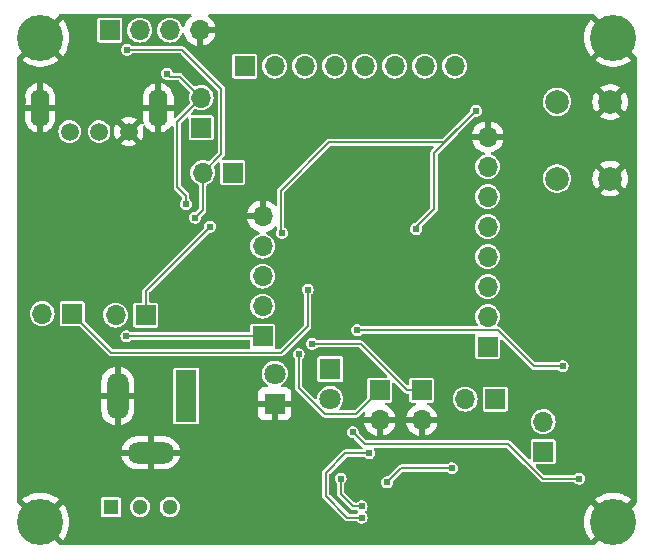
<source format=gbr>
%TF.GenerationSoftware,KiCad,Pcbnew,8.0.3*%
%TF.CreationDate,2024-08-05T20:49:33+08:00*%
%TF.ProjectId,PC_Fan_Control,50435f46-616e-45f4-936f-6e74726f6c2e,v1.0*%
%TF.SameCoordinates,Original*%
%TF.FileFunction,Copper,L2,Bot*%
%TF.FilePolarity,Positive*%
%FSLAX46Y46*%
G04 Gerber Fmt 4.6, Leading zero omitted, Abs format (unit mm)*
G04 Created by KiCad (PCBNEW 8.0.3) date 2024-08-05 20:49:33*
%MOMM*%
%LPD*%
G01*
G04 APERTURE LIST*
%TA.AperFunction,ComponentPad*%
%ADD10R,1.700000X1.700000*%
%TD*%
%TA.AperFunction,ComponentPad*%
%ADD11O,1.700000X1.700000*%
%TD*%
%TA.AperFunction,ComponentPad*%
%ADD12C,3.900000*%
%TD*%
%TA.AperFunction,ComponentPad*%
%ADD13C,2.000000*%
%TD*%
%TA.AperFunction,ComponentPad*%
%ADD14R,1.800000X1.800000*%
%TD*%
%TA.AperFunction,ComponentPad*%
%ADD15C,1.800000*%
%TD*%
%TA.AperFunction,ComponentPad*%
%ADD16R,1.800000X4.400000*%
%TD*%
%TA.AperFunction,ComponentPad*%
%ADD17O,1.800000X4.000000*%
%TD*%
%TA.AperFunction,ComponentPad*%
%ADD18O,4.000000X1.800000*%
%TD*%
%TA.AperFunction,ComponentPad*%
%ADD19R,1.300000X1.300000*%
%TD*%
%TA.AperFunction,ComponentPad*%
%ADD20C,1.300000*%
%TD*%
%TA.AperFunction,ComponentPad*%
%ADD21C,1.500000*%
%TD*%
%TA.AperFunction,ComponentPad*%
%ADD22O,1.600000X3.200000*%
%TD*%
%TA.AperFunction,ViaPad*%
%ADD23C,0.609600*%
%TD*%
%TA.AperFunction,ViaPad*%
%ADD24C,0.508000*%
%TD*%
%TA.AperFunction,ViaPad*%
%ADD25C,0.660400*%
%TD*%
%TA.AperFunction,ViaPad*%
%ADD26C,0.558800*%
%TD*%
%TA.AperFunction,ViaPad*%
%ADD27C,0.711200*%
%TD*%
%TA.AperFunction,Conductor*%
%ADD28C,0.203200*%
%TD*%
G04 APERTURE END LIST*
D10*
%TO.P,J6,1,Pin_1*%
%TO.N,+5V*%
X141328500Y-127728400D03*
D11*
%TO.P,J6,2,Pin_2*%
%TO.N,GND*%
X141328500Y-130268400D03*
%TD*%
D10*
%TO.P,JP3,1,A*%
%TO.N,/MCU/PA6*%
X122654500Y-105503400D03*
D11*
%TO.P,JP3,2,B*%
%TO.N,Net-(JP3-B)*%
X122654500Y-102963400D03*
%TD*%
D10*
%TO.P,JP2,1,A*%
%TO.N,Net-(JP2-A)*%
X147551500Y-128490400D03*
D11*
%TO.P,JP2,2,B*%
%TO.N,+3.3V*%
X145011500Y-128490400D03*
%TD*%
D10*
%TO.P,J7,1,Pin_1*%
%TO.N,+3.3V*%
X137772500Y-127728400D03*
D11*
%TO.P,J7,2,Pin_2*%
%TO.N,GND*%
X137772500Y-130268400D03*
%TD*%
D12*
%TO.P,J3,1,GND*%
%TO.N,GND*%
X157535467Y-138890600D03*
%TD*%
%TO.P,J4,1,GND*%
%TO.N,GND*%
X109035467Y-138890600D03*
%TD*%
D13*
%TO.P,SW1,1,1*%
%TO.N,GND*%
X157289500Y-103321400D03*
X157289500Y-109821400D03*
%TO.P,SW1,2,2*%
%TO.N,NRST*%
X152789500Y-103321400D03*
X152789500Y-109821400D03*
%TD*%
D12*
%TO.P,J1,1,GND*%
%TO.N,GND*%
X157535467Y-97890600D03*
%TD*%
D10*
%TO.P,JP1,1,A*%
%TO.N,Net-(JP1-A)*%
X151610500Y-132940400D03*
D11*
%TO.P,JP1,2,B*%
%TO.N,+5V_Raw*%
X151610500Y-130400400D03*
%TD*%
D10*
%TO.P,J9,1,Pin_1*%
%TO.N,/MCU/PA7*%
X126337500Y-100296400D03*
D11*
%TO.P,J9,2,Pin_2*%
%TO.N,/MCU/PA6*%
X128877500Y-100296400D03*
%TO.P,J9,3,Pin_3*%
%TO.N,/MCU/PA5*%
X131417500Y-100296400D03*
%TO.P,J9,4,Pin_4*%
%TO.N,/MCU/PA4*%
X133957500Y-100296400D03*
%TO.P,J9,5,Pin_5*%
%TO.N,/MCU/PB0*%
X136497500Y-100296400D03*
%TO.P,J9,6,Pin_6*%
%TO.N,/MCU/PA11*%
X139037500Y-100296400D03*
%TO.P,J9,7,Pin_7*%
%TO.N,/MCU/PA12*%
X141577500Y-100296400D03*
%TO.P,J9,8,Pin_8*%
%TO.N,/MCU/PB5*%
X144117500Y-100296400D03*
%TD*%
D14*
%TO.P,D5,1,K*%
%TO.N,GND*%
X128877500Y-128876400D03*
D15*
%TO.P,D5,2,A*%
%TO.N,Net-(D5-A)*%
X128877500Y-126336400D03*
%TD*%
D16*
%TO.P,J5,1,POWER*%
%TO.N,Net-(J5-POWER)*%
X121384500Y-128236400D03*
D17*
%TO.P,J5,2,GND_1*%
%TO.N,GND*%
X115584500Y-128236400D03*
D18*
%TO.P,J5,3,GND_2*%
X118384500Y-133036400D03*
%TD*%
D10*
%TO.P,JP6,1,A*%
%TO.N,/MCU/PB0*%
X117955500Y-121378400D03*
D11*
%TO.P,JP6,2,B*%
%TO.N,Net-(JP6-B)*%
X115415500Y-121378400D03*
%TD*%
D10*
%TO.P,JP4,1,A*%
%TO.N,/MCU/PA7*%
X125326500Y-109313400D03*
D11*
%TO.P,JP4,2,B*%
%TO.N,Net-(JP4-B)*%
X122786500Y-109313400D03*
%TD*%
D12*
%TO.P,J2,1,GND*%
%TO.N,GND*%
X109035467Y-97890600D03*
%TD*%
D14*
%TO.P,D4,1,K*%
%TO.N,Net-(D4-K)*%
X133581500Y-125950400D03*
D15*
%TO.P,D4,2,A*%
%TO.N,Net-(D4-A)*%
X133581500Y-128490400D03*
%TD*%
D10*
%TO.P,P1,1,PWM*%
%TO.N,Net-(JP4-B)*%
X114915467Y-97248400D03*
D11*
%TO.P,P1,2,TAC*%
%TO.N,Net-(JP3-B)*%
X117455467Y-97248400D03*
%TO.P,P1,3,+12V*%
%TO.N,+12V*%
X119995467Y-97248400D03*
%TO.P,P1,4,GND*%
%TO.N,GND*%
X122535467Y-97248400D03*
%TD*%
D10*
%TO.P,JP5,1,A*%
%TO.N,/MCU/PB5*%
X111737500Y-121251400D03*
D11*
%TO.P,JP5,2,B*%
%TO.N,Net-(JP5-B)*%
X109197500Y-121251400D03*
%TD*%
D19*
%TO.P,S1,1,NC*%
%TO.N,unconnected-(S1-NC-Pad1)*%
X114987500Y-137634400D03*
D20*
%TO.P,S1,2,COM*%
%TO.N,Net-(S1-COM)*%
X117487500Y-137634400D03*
%TO.P,S1,3,NO*%
%TO.N,+12V*%
X119987500Y-137634400D03*
%TD*%
D10*
%TO.P,J8,1,Pin_1*%
%TO.N,/MCU/PB7*%
X146911500Y-124045400D03*
D11*
%TO.P,J8,2,Pin_2*%
%TO.N,/MCU/PC14*%
X146911500Y-121505400D03*
%TO.P,J8,3,Pin_3*%
%TO.N,/MCU/PC15*%
X146911500Y-118965400D03*
%TO.P,J8,4,Pin_4*%
%TO.N,/MCU/PA0*%
X146911500Y-116425400D03*
%TO.P,J8,5,Pin_5*%
%TO.N,/MCU/PA1*%
X146911500Y-113885400D03*
%TO.P,J8,6,Pin_6*%
%TO.N,/MCU/PA2*%
X146911500Y-111345400D03*
%TO.P,J8,7,Pin_7*%
%TO.N,/MCU/PA3*%
X146911500Y-108805400D03*
%TO.P,J8,8,Pin_8*%
%TO.N,GND*%
X146911500Y-106265400D03*
%TD*%
D10*
%TO.P,P2,1,T_VCC*%
%TO.N,+3.3V*%
X127861500Y-123156400D03*
D11*
%TO.P,P2,2,SWCLK*%
%TO.N,Net-(P2-SWCLK)*%
X127861500Y-120616400D03*
%TO.P,P2,3,SWDIO*%
%TO.N,Net-(P2-SWDIO)*%
X127861500Y-118076400D03*
%TO.P,P2,4,NRST*%
%TO.N,NRST*%
X127861500Y-115536400D03*
%TO.P,P2,5,GND*%
%TO.N,GND*%
X127861500Y-112996400D03*
%TD*%
D21*
%TO.P,U9,A1,A*%
%TO.N,Net-(JP5-B)*%
X111518500Y-105837400D03*
%TO.P,U9,B1,B*%
%TO.N,Net-(JP6-B)*%
X114018500Y-105837400D03*
%TO.P,U9,C1,GROUND*%
%TO.N,GND*%
X116518500Y-105837400D03*
D22*
%TO.P,U9,MH1,MH1*%
X109018500Y-103837400D03*
%TO.P,U9,MH2,MH2*%
X119018500Y-103837400D03*
%TD*%
D23*
%TO.N,+5V*%
X132052500Y-123816800D03*
%TO.N,+3.3V*%
X130909500Y-124680400D03*
X116329900Y-123156400D03*
%TO.N,GND*%
X153525467Y-129579600D03*
X152255467Y-140374600D03*
X152509467Y-96432600D03*
X128699700Y-137685200D03*
X137640500Y-108856200D03*
D24*
X156065467Y-112815600D03*
D25*
X155430467Y-116625600D03*
D23*
X143746467Y-133008600D03*
X139809467Y-96432600D03*
X133078467Y-121451600D03*
X125677100Y-113707600D03*
X124432500Y-139056800D03*
X140205900Y-117009600D03*
X130792467Y-128817600D03*
X123619700Y-119422600D03*
D24*
X154160467Y-112815600D03*
D23*
X117965467Y-118022600D03*
X128699700Y-138726600D03*
X107551467Y-100750600D03*
X114155467Y-140374600D03*
X127635467Y-98465600D03*
D25*
X151620467Y-116625600D03*
D23*
X127236467Y-102020600D03*
X139697900Y-114012400D03*
X130376100Y-116882600D03*
X122451300Y-123867600D03*
X131468300Y-107789400D03*
X107551467Y-123610600D03*
X139936467Y-121832600D03*
D24*
X157970467Y-112815600D03*
D23*
X149969467Y-96432600D03*
X132814500Y-104258800D03*
X140952467Y-105957600D03*
X147175467Y-140374600D03*
X112062700Y-110939000D03*
X113266467Y-123991600D03*
X136192700Y-139666400D03*
X131935467Y-140374600D03*
X133078467Y-122975600D03*
X123060467Y-99415600D03*
X149756300Y-109973800D03*
X152636467Y-134532600D03*
X127871467Y-135294600D03*
X134475467Y-140374600D03*
X150350467Y-135167600D03*
X117965467Y-123864600D03*
X127963100Y-108602200D03*
X155049467Y-96432600D03*
X123594300Y-112437600D03*
X136853100Y-133976800D03*
X135532300Y-116831800D03*
X126601467Y-126150600D03*
X129649467Y-96432600D03*
X141587467Y-115736600D03*
X149715467Y-140374600D03*
X139494700Y-107433800D03*
D25*
X157335467Y-116625600D03*
D23*
X121521467Y-133770600D03*
X116050500Y-108500600D03*
X107551467Y-115990600D03*
X159113467Y-110910600D03*
X122664467Y-136437600D03*
X122664467Y-137961600D03*
X143279300Y-117619200D03*
X135745467Y-126404600D03*
X136761467Y-123483600D03*
X135989500Y-136389800D03*
X144635467Y-140374600D03*
X137269467Y-96432600D03*
X127109467Y-96432600D03*
X144762467Y-131103600D03*
X155938467Y-132627600D03*
X137615100Y-106062200D03*
X149730900Y-115282400D03*
X153906467Y-136056600D03*
X142349467Y-96432600D03*
D25*
X153525467Y-116625600D03*
D23*
X107551467Y-131230600D03*
X124569467Y-96432600D03*
D26*
X157335467Y-114085600D03*
D23*
X134602467Y-122975600D03*
X145143467Y-125896600D03*
X149807100Y-117873200D03*
X140063467Y-119800600D03*
D26*
X155430467Y-114085600D03*
D23*
X112123467Y-109818400D03*
X142123797Y-136275303D03*
X124315467Y-140374600D03*
X157970467Y-115355600D03*
X159113467Y-133770600D03*
X156065467Y-115355600D03*
X138031467Y-102020600D03*
X111869467Y-96432600D03*
X120546300Y-123842200D03*
X154795467Y-140374600D03*
X119235467Y-140374600D03*
X159113467Y-100750600D03*
X159113467Y-108370600D03*
X143736500Y-135297600D03*
X117965467Y-125388600D03*
X135618467Y-101893600D03*
X114409467Y-122975600D03*
X119733500Y-106468600D03*
X132204900Y-137634400D03*
D26*
X151620467Y-114085600D03*
D23*
X141333467Y-123356600D03*
X154160467Y-115355600D03*
X159113467Y-103290600D03*
X123416500Y-116908000D03*
X129715700Y-105478000D03*
D27*
X152255467Y-117895600D03*
D23*
X148994300Y-137888400D03*
X116695467Y-140374600D03*
X127658300Y-105173200D03*
X127251900Y-132198800D03*
X149588467Y-125642600D03*
X149705500Y-104716000D03*
X140444467Y-102020600D03*
X149807100Y-107433800D03*
X122410467Y-107354600D03*
X107551467Y-110910600D03*
X141907700Y-138396400D03*
X118854467Y-119419600D03*
X107551467Y-108370600D03*
X145057300Y-135272200D03*
X144889467Y-133008600D03*
X121775467Y-140374600D03*
X107551467Y-133770600D03*
X159113467Y-126150600D03*
X140307500Y-104157200D03*
X128039300Y-132960800D03*
X107551467Y-118530600D03*
X143365467Y-131230600D03*
X116126700Y-110837400D03*
X149832500Y-112717000D03*
X133078467Y-102020600D03*
X107551467Y-103290600D03*
X137792900Y-116882600D03*
X129395467Y-140374600D03*
X159113467Y-105830600D03*
X132992300Y-106316200D03*
X121902467Y-101258600D03*
X136507467Y-125134600D03*
X132484300Y-116857200D03*
X135618467Y-125388600D03*
X159113467Y-123610600D03*
X132189467Y-96432600D03*
X141079467Y-110656600D03*
X130934900Y-121175200D03*
X109202467Y-108370600D03*
X143238467Y-101893600D03*
X159113467Y-113450600D03*
X142095467Y-140374600D03*
X149832500Y-120210000D03*
D27*
X157970467Y-117895600D03*
D23*
X159113467Y-121070600D03*
X150731467Y-124626600D03*
X143228500Y-107738600D03*
X154235467Y-125190600D03*
X134211500Y-107459200D03*
X141333467Y-118530600D03*
X159113467Y-131230600D03*
X129893500Y-109161000D03*
X159113467Y-115990600D03*
X143279300Y-120210000D03*
X125372300Y-107103600D03*
X107551467Y-105830600D03*
X142720500Y-104182600D03*
X131554467Y-127293600D03*
X144889467Y-96432600D03*
X124696467Y-137961600D03*
X148994300Y-136059600D03*
X137015467Y-140374600D03*
X130553900Y-114241000D03*
X139555467Y-140374600D03*
X154633100Y-136847000D03*
X107551467Y-126150600D03*
X123426467Y-121705600D03*
X111615467Y-140374600D03*
X152255467Y-115355600D03*
D27*
X156065467Y-117895600D03*
D23*
X139809467Y-131611600D03*
X150111900Y-99204200D03*
X135491467Y-115228600D03*
X134475467Y-115609600D03*
X134729467Y-96432600D03*
X142603467Y-133008600D03*
D27*
X154160467Y-117895600D03*
D23*
X130833300Y-118863800D03*
X135745467Y-127547600D03*
X147429467Y-96432600D03*
X159113467Y-118530600D03*
X140866300Y-135069000D03*
X125331467Y-105322600D03*
X159113467Y-136310600D03*
X138453300Y-120489400D03*
X107551467Y-128690600D03*
X137767500Y-103903200D03*
X135618467Y-128944600D03*
X120470100Y-111548600D03*
X135633900Y-134053000D03*
X136903900Y-135729400D03*
X124696467Y-136437600D03*
X139342300Y-119016200D03*
X107551467Y-113450600D03*
X159113467Y-128690600D03*
X141044100Y-108043400D03*
X135227500Y-104284200D03*
X107551467Y-121070600D03*
D26*
X153525467Y-114085600D03*
D23*
X126855467Y-140374600D03*
D24*
X152255467Y-112815600D03*
D23*
X143152300Y-109872200D03*
X138554900Y-108805400D03*
X141907700Y-139488600D03*
X130157467Y-102147600D03*
%TO.N,NRST*%
X145908200Y-104093700D03*
X129512500Y-114418800D03*
X140867047Y-114087853D03*
%TO.N,/MCU/PB5*%
X131671500Y-119219400D03*
%TO.N,/MCU/PB0*%
X123416500Y-113885400D03*
%TO.N,Net-(U1-VBST)*%
X136878500Y-133062400D03*
X136243500Y-138518400D03*
%TO.N,Net-(JP3-B)*%
X121359100Y-111980400D03*
X119733500Y-100931400D03*
%TO.N,Net-(JP4-B)*%
X116385467Y-98915600D03*
X122146500Y-113123400D03*
%TO.N,Net-(D4-K)*%
X153261500Y-125696400D03*
X135862500Y-122648400D03*
%TO.N,Net-(U3-IN)*%
X135481500Y-131284400D03*
X154658500Y-135221400D03*
%TO.N,Net-(U1-VFB)*%
X138402500Y-135538900D03*
X143888900Y-134332400D03*
%TO.N,Net-(U1-EN)*%
X134465500Y-135221400D03*
X136243500Y-137568400D03*
%TD*%
D28*
%TO.N,+5V*%
X136170500Y-123816800D02*
X140082100Y-127728400D01*
X132052500Y-123816800D02*
X136170500Y-123816800D01*
X140082100Y-127728400D02*
X141328500Y-127728400D01*
%TO.N,+3.3V*%
X133147655Y-129760400D02*
X135740500Y-129760400D01*
X130909500Y-127522245D02*
X133147655Y-129760400D01*
X135740500Y-129760400D02*
X137772500Y-127728400D01*
X116329900Y-123156400D02*
X127861500Y-123156400D01*
X130909500Y-124680400D02*
X130909500Y-127522245D01*
%TO.N,NRST*%
X142364900Y-112412200D02*
X142364900Y-107637000D01*
X140867047Y-114087853D02*
X140867047Y-113910053D01*
X129385500Y-110837400D02*
X133474900Y-106748000D01*
X143253900Y-106748000D02*
X145908200Y-104093700D01*
X140867047Y-113910053D02*
X142364900Y-112412200D01*
X142364900Y-107637000D02*
X145908200Y-104093700D01*
X129385500Y-114291800D02*
X129385500Y-110837400D01*
X133474900Y-106748000D02*
X143253900Y-106748000D01*
X129512500Y-114418800D02*
X129385500Y-114291800D01*
%TO.N,/MCU/PB5*%
X131671500Y-119219400D02*
X131671500Y-122318200D01*
X111737500Y-121251400D02*
X115039500Y-124553400D01*
X131671500Y-122318200D02*
X129442783Y-124546916D01*
X115039500Y-124553400D02*
X129436299Y-124553400D01*
X129436299Y-124553400D02*
X129442783Y-124546916D01*
X129442783Y-124546916D02*
X129436300Y-124553400D01*
%TO.N,/MCU/PB0*%
X117955500Y-119346400D02*
X117955500Y-121378400D01*
X123416500Y-113885400D02*
X117955500Y-119346400D01*
%TO.N,Net-(U1-VBST)*%
X136878500Y-133062400D02*
X134871900Y-133062400D01*
X133195500Y-134738800D02*
X133195500Y-136669200D01*
X134871900Y-133062400D02*
X133195500Y-134738800D01*
X135044700Y-138518400D02*
X136243500Y-138518400D01*
X133195500Y-136669200D02*
X135044700Y-138518400D01*
%TO.N,Net-(JP3-B)*%
X120876500Y-101185400D02*
X122654500Y-102963400D01*
X121359100Y-111980400D02*
X121359100Y-111269200D01*
X119733500Y-100931400D02*
X119987500Y-101185400D01*
X120622500Y-104995400D02*
X122654500Y-102963400D01*
X120622500Y-110532600D02*
X120622500Y-104995400D01*
X121359100Y-111269200D02*
X120622500Y-110532600D01*
X119987500Y-101185400D02*
X120876500Y-101185400D01*
%TO.N,Net-(JP4-B)*%
X124356300Y-107743600D02*
X122786500Y-109313400D01*
X121028900Y-98899400D02*
X124356300Y-102226800D01*
X122146500Y-113123400D02*
X122786500Y-112483400D01*
X124356300Y-102226800D02*
X124356300Y-107743600D01*
X122786500Y-112483400D02*
X122786500Y-109313400D01*
X116385467Y-98915600D02*
X116401667Y-98899400D01*
X116401667Y-98899400D02*
X121028900Y-98899400D01*
%TO.N,Net-(D4-K)*%
X146433166Y-122660200D02*
X147389834Y-122660200D01*
X135862500Y-122648400D02*
X146421366Y-122648400D01*
X150823100Y-125696400D02*
X153261500Y-125696400D01*
X147389834Y-122660200D02*
X147401634Y-122648400D01*
X146421366Y-122648400D02*
X146433166Y-122660200D01*
X147401634Y-122648400D02*
X147775100Y-122648400D01*
X147775100Y-122648400D02*
X150823100Y-125696400D01*
%TO.N,Net-(U3-IN)*%
X148660900Y-132300400D02*
X151581900Y-135221400D01*
X151581900Y-135221400D02*
X154658500Y-135221400D01*
X135481500Y-131284400D02*
X136497500Y-132300400D01*
X136497500Y-132300400D02*
X148660900Y-132300400D01*
%TO.N,Net-(U1-VFB)*%
X139609000Y-134332400D02*
X138402500Y-135538900D01*
X143888900Y-134332400D02*
X139609000Y-134332400D01*
%TO.N,Net-(U1-EN)*%
X135542500Y-137568400D02*
X134465500Y-136491400D01*
X134465500Y-136491400D02*
X134465500Y-135221400D01*
X136243500Y-137568400D02*
X135542500Y-137568400D01*
%TD*%
%TA.AperFunction,Conductor*%
%TO.N,GND*%
G36*
X121782576Y-95918785D02*
G01*
X121828331Y-95971589D01*
X121838275Y-96040747D01*
X121809250Y-96104303D01*
X121786660Y-96124675D01*
X121664393Y-96210286D01*
X121664387Y-96210291D01*
X121497358Y-96377320D01*
X121497353Y-96377326D01*
X121361867Y-96570820D01*
X121361866Y-96570822D01*
X121262037Y-96784907D01*
X121262034Y-96784914D01*
X121230876Y-96901198D01*
X121194511Y-96960858D01*
X121131664Y-96991387D01*
X121062288Y-96983092D01*
X121008410Y-96938607D01*
X120992442Y-96905103D01*
X120973669Y-96843216D01*
X120942506Y-96784914D01*
X120875828Y-96660168D01*
X120875824Y-96660161D01*
X120744150Y-96499716D01*
X120583705Y-96368042D01*
X120583698Y-96368038D01*
X120400658Y-96270201D01*
X120400655Y-96270200D01*
X120400654Y-96270199D01*
X120400651Y-96270198D01*
X120202028Y-96209947D01*
X120202026Y-96209946D01*
X120202028Y-96209946D01*
X119995467Y-96189602D01*
X119788907Y-96209946D01*
X119671632Y-96245521D01*
X119590283Y-96270198D01*
X119590280Y-96270199D01*
X119590278Y-96270200D01*
X119590275Y-96270201D01*
X119407235Y-96368038D01*
X119407228Y-96368042D01*
X119246783Y-96499716D01*
X119115109Y-96660161D01*
X119115105Y-96660168D01*
X119017268Y-96843208D01*
X119017267Y-96843211D01*
X119017266Y-96843213D01*
X119017265Y-96843216D01*
X119001605Y-96894841D01*
X118957013Y-97041840D01*
X118936669Y-97248400D01*
X118957013Y-97454959D01*
X118957014Y-97454961D01*
X119017265Y-97653584D01*
X119017266Y-97653586D01*
X119017267Y-97653588D01*
X119017268Y-97653591D01*
X119115105Y-97836631D01*
X119115109Y-97836638D01*
X119246783Y-97997083D01*
X119407228Y-98128757D01*
X119407235Y-98128761D01*
X119590275Y-98226598D01*
X119590276Y-98226598D01*
X119590283Y-98226602D01*
X119788906Y-98286853D01*
X119788905Y-98286853D01*
X119807425Y-98288677D01*
X119995467Y-98307198D01*
X120202028Y-98286853D01*
X120400651Y-98226602D01*
X120583704Y-98128758D01*
X120744150Y-97997083D01*
X120875825Y-97836637D01*
X120973669Y-97653584D01*
X120992441Y-97591698D01*
X121030737Y-97533262D01*
X121094549Y-97504805D01*
X121163616Y-97515364D01*
X121216010Y-97561588D01*
X121230876Y-97595601D01*
X121262034Y-97711886D01*
X121262037Y-97711892D01*
X121361866Y-97925978D01*
X121497361Y-98119482D01*
X121664384Y-98286505D01*
X121857888Y-98422000D01*
X122071974Y-98521829D01*
X122071983Y-98521833D01*
X122285467Y-98579034D01*
X122285467Y-97681412D01*
X122342474Y-97714325D01*
X122469641Y-97748400D01*
X122601293Y-97748400D01*
X122728460Y-97714325D01*
X122785467Y-97681412D01*
X122785467Y-98579033D01*
X122998950Y-98521833D01*
X122998959Y-98521829D01*
X123213045Y-98422000D01*
X123406549Y-98286505D01*
X123573572Y-98119482D01*
X123709067Y-97925978D01*
X123808896Y-97711892D01*
X123808899Y-97711886D01*
X123866103Y-97498400D01*
X122968479Y-97498400D01*
X123001392Y-97441393D01*
X123035467Y-97314226D01*
X123035467Y-97182574D01*
X123001392Y-97055407D01*
X122968479Y-96998400D01*
X123866103Y-96998400D01*
X123866102Y-96998399D01*
X123808899Y-96784913D01*
X123808896Y-96784907D01*
X123709067Y-96570822D01*
X123709066Y-96570820D01*
X123573580Y-96377326D01*
X123573575Y-96377320D01*
X123406545Y-96210290D01*
X123284274Y-96124674D01*
X123240649Y-96070097D01*
X123233457Y-96000599D01*
X123264979Y-95938244D01*
X123325210Y-95902831D01*
X123355398Y-95899100D01*
X155859074Y-95899100D01*
X155926113Y-95918785D01*
X155971868Y-95971589D01*
X155972267Y-95973847D01*
X156916933Y-96918513D01*
X156786292Y-97013429D01*
X156658296Y-97141425D01*
X156563380Y-97272065D01*
X155635266Y-96343951D01*
X155549452Y-96447683D01*
X155384272Y-96707967D01*
X155384269Y-96707973D01*
X155253013Y-96986905D01*
X155253011Y-96986910D01*
X155157747Y-97280100D01*
X155099979Y-97582929D01*
X155099978Y-97582936D01*
X155080623Y-97890594D01*
X155080623Y-97890605D01*
X155099978Y-98198263D01*
X155099979Y-98198270D01*
X155157747Y-98501099D01*
X155253011Y-98794289D01*
X155253013Y-98794294D01*
X155384269Y-99073226D01*
X155384272Y-99073232D01*
X155549454Y-99333519D01*
X155549457Y-99333523D01*
X155635266Y-99437247D01*
X156563380Y-98509133D01*
X156658296Y-98639775D01*
X156786292Y-98767771D01*
X156916932Y-98862686D01*
X155986234Y-99793383D01*
X155986235Y-99793385D01*
X156220084Y-99963285D01*
X156220102Y-99963297D01*
X156490245Y-100111809D01*
X156490253Y-100111813D01*
X156776873Y-100225293D01*
X157075475Y-100301961D01*
X157075484Y-100301963D01*
X157381314Y-100340599D01*
X157381328Y-100340600D01*
X157689606Y-100340600D01*
X157689619Y-100340599D01*
X157995449Y-100301963D01*
X157995458Y-100301961D01*
X158294060Y-100225293D01*
X158580680Y-100111813D01*
X158580688Y-100111809D01*
X158850831Y-99963297D01*
X158850849Y-99963285D01*
X159084697Y-99793385D01*
X159084698Y-99793383D01*
X158154000Y-98862686D01*
X158284642Y-98767771D01*
X158412638Y-98639775D01*
X158507553Y-98509134D01*
X159450445Y-99452026D01*
X159465017Y-99455569D01*
X159513209Y-99506158D01*
X159526967Y-99562927D01*
X159526967Y-137218271D01*
X159507282Y-137285310D01*
X159454478Y-137331065D01*
X159447135Y-137332482D01*
X158507553Y-138272065D01*
X158412638Y-138141425D01*
X158284642Y-138013429D01*
X158154000Y-137918513D01*
X159084698Y-136987815D01*
X159084697Y-136987814D01*
X158850849Y-136817914D01*
X158850831Y-136817902D01*
X158580688Y-136669390D01*
X158580680Y-136669386D01*
X158294060Y-136555906D01*
X157995458Y-136479238D01*
X157995449Y-136479236D01*
X157689619Y-136440600D01*
X157381314Y-136440600D01*
X157075484Y-136479236D01*
X157075475Y-136479238D01*
X156776873Y-136555906D01*
X156490253Y-136669386D01*
X156490245Y-136669390D01*
X156220099Y-136817904D01*
X156220094Y-136817907D01*
X155986235Y-136987814D01*
X155986235Y-136987815D01*
X156916933Y-137918513D01*
X156786292Y-138013429D01*
X156658296Y-138141425D01*
X156563380Y-138272065D01*
X155635266Y-137343951D01*
X155549452Y-137447683D01*
X155384272Y-137707967D01*
X155384269Y-137707973D01*
X155253013Y-137986905D01*
X155253011Y-137986910D01*
X155157747Y-138280100D01*
X155099979Y-138582929D01*
X155099978Y-138582936D01*
X155080623Y-138890594D01*
X155080623Y-138890605D01*
X155099978Y-139198263D01*
X155099979Y-139198270D01*
X155157747Y-139501099D01*
X155253011Y-139794289D01*
X155253013Y-139794294D01*
X155384269Y-140073226D01*
X155384272Y-140073232D01*
X155549454Y-140333519D01*
X155549457Y-140333523D01*
X155635266Y-140437247D01*
X156563380Y-139509133D01*
X156658296Y-139639775D01*
X156786292Y-139767771D01*
X156916932Y-139862686D01*
X155969781Y-140809836D01*
X155968331Y-140816744D01*
X155919282Y-140866503D01*
X155859075Y-140882100D01*
X110711858Y-140882100D01*
X110644819Y-140862415D01*
X110599064Y-140809611D01*
X110598664Y-140807349D01*
X109654000Y-139862686D01*
X109784642Y-139767771D01*
X109912638Y-139639775D01*
X110007553Y-139509133D01*
X110935666Y-140437247D01*
X111021481Y-140333516D01*
X111186661Y-140073232D01*
X111186664Y-140073226D01*
X111317920Y-139794294D01*
X111317922Y-139794289D01*
X111413186Y-139501099D01*
X111470954Y-139198270D01*
X111470955Y-139198263D01*
X111490311Y-138890605D01*
X111490311Y-138890594D01*
X111470955Y-138582936D01*
X111470954Y-138582929D01*
X111417834Y-138304466D01*
X114133799Y-138304466D01*
X114145617Y-138363876D01*
X114145618Y-138363879D01*
X114160557Y-138386238D01*
X114190640Y-138431260D01*
X114258020Y-138476281D01*
X114258023Y-138476282D01*
X114317433Y-138488100D01*
X114317436Y-138488100D01*
X115657566Y-138488100D01*
X115716976Y-138476282D01*
X115716977Y-138476281D01*
X115716980Y-138476281D01*
X115784360Y-138431260D01*
X115829381Y-138363880D01*
X115841200Y-138304464D01*
X115841200Y-137634400D01*
X116629098Y-137634400D01*
X116647856Y-137812872D01*
X116647857Y-137812875D01*
X116703308Y-137983538D01*
X116703311Y-137983544D01*
X116793038Y-138138956D01*
X116821264Y-138170304D01*
X116913111Y-138272312D01*
X116913114Y-138272314D01*
X116913117Y-138272317D01*
X117039137Y-138363876D01*
X117058299Y-138377798D01*
X117222234Y-138450787D01*
X117222239Y-138450789D01*
X117397773Y-138488100D01*
X117577227Y-138488100D01*
X117752761Y-138450789D01*
X117916701Y-138377798D01*
X118061883Y-138272317D01*
X118181962Y-138138956D01*
X118271689Y-137983544D01*
X118327144Y-137812872D01*
X118345902Y-137634400D01*
X119129098Y-137634400D01*
X119147856Y-137812872D01*
X119147857Y-137812875D01*
X119203308Y-137983538D01*
X119203311Y-137983544D01*
X119293038Y-138138956D01*
X119321264Y-138170304D01*
X119413111Y-138272312D01*
X119413114Y-138272314D01*
X119413117Y-138272317D01*
X119539137Y-138363876D01*
X119558299Y-138377798D01*
X119722234Y-138450787D01*
X119722239Y-138450789D01*
X119897773Y-138488100D01*
X120077227Y-138488100D01*
X120252761Y-138450789D01*
X120416701Y-138377798D01*
X120561883Y-138272317D01*
X120681962Y-138138956D01*
X120771689Y-137983544D01*
X120827144Y-137812872D01*
X120845902Y-137634400D01*
X120827144Y-137455928D01*
X120784806Y-137325626D01*
X120771691Y-137285261D01*
X120771688Y-137285255D01*
X120681962Y-137129844D01*
X120618984Y-137059900D01*
X120561888Y-136996487D01*
X120561885Y-136996485D01*
X120561884Y-136996484D01*
X120561883Y-136996483D01*
X120435862Y-136904923D01*
X120416700Y-136891001D01*
X120252765Y-136818012D01*
X120252760Y-136818010D01*
X120077227Y-136780700D01*
X119897773Y-136780700D01*
X119722239Y-136818010D01*
X119722234Y-136818012D01*
X119558299Y-136891001D01*
X119413114Y-136996485D01*
X119413111Y-136996487D01*
X119293037Y-137129845D01*
X119203311Y-137285255D01*
X119203308Y-137285261D01*
X119150535Y-137447683D01*
X119147856Y-137455928D01*
X119129098Y-137634400D01*
X118345902Y-137634400D01*
X118327144Y-137455928D01*
X118284806Y-137325626D01*
X118271691Y-137285261D01*
X118271688Y-137285255D01*
X118181962Y-137129844D01*
X118118984Y-137059900D01*
X118061888Y-136996487D01*
X118061885Y-136996485D01*
X118061884Y-136996484D01*
X118061883Y-136996483D01*
X117935862Y-136904923D01*
X117916700Y-136891001D01*
X117752765Y-136818012D01*
X117752760Y-136818010D01*
X117577227Y-136780700D01*
X117397773Y-136780700D01*
X117222239Y-136818010D01*
X117222234Y-136818012D01*
X117058299Y-136891001D01*
X116913114Y-136996485D01*
X116913111Y-136996487D01*
X116793037Y-137129845D01*
X116703311Y-137285255D01*
X116703308Y-137285261D01*
X116650535Y-137447683D01*
X116647856Y-137455928D01*
X116629098Y-137634400D01*
X115841200Y-137634400D01*
X115841200Y-136964336D01*
X115841200Y-136964333D01*
X115829382Y-136904923D01*
X115829381Y-136904920D01*
X115820081Y-136891001D01*
X115784360Y-136837540D01*
X115716980Y-136792519D01*
X115716979Y-136792518D01*
X115716976Y-136792517D01*
X115657566Y-136780700D01*
X115657564Y-136780700D01*
X114317436Y-136780700D01*
X114317434Y-136780700D01*
X114258023Y-136792517D01*
X114258020Y-136792518D01*
X114190640Y-136837540D01*
X114145618Y-136904920D01*
X114145617Y-136904923D01*
X114133800Y-136964333D01*
X114133800Y-136964336D01*
X114133800Y-138304464D01*
X114133800Y-138304466D01*
X114133799Y-138304466D01*
X111417834Y-138304466D01*
X111413186Y-138280100D01*
X111317922Y-137986910D01*
X111317920Y-137986905D01*
X111186664Y-137707973D01*
X111186661Y-137707967D01*
X111021484Y-137447688D01*
X110935665Y-137343951D01*
X110007552Y-138272064D01*
X109912638Y-138141425D01*
X109784642Y-138013429D01*
X109654000Y-137918513D01*
X110584698Y-136987815D01*
X110584697Y-136987814D01*
X110350849Y-136817914D01*
X110350831Y-136817902D01*
X110080688Y-136669390D01*
X110080680Y-136669386D01*
X109794060Y-136555906D01*
X109495458Y-136479238D01*
X109495449Y-136479236D01*
X109189619Y-136440600D01*
X108881314Y-136440600D01*
X108575484Y-136479236D01*
X108575475Y-136479238D01*
X108276873Y-136555906D01*
X107990253Y-136669386D01*
X107990245Y-136669390D01*
X107720099Y-136817904D01*
X107720094Y-136817907D01*
X107486235Y-136987814D01*
X107486235Y-136987815D01*
X108416933Y-137918513D01*
X108286292Y-138013429D01*
X108158296Y-138141425D01*
X108063380Y-138272065D01*
X107120484Y-137329169D01*
X107105911Y-137325626D01*
X107057722Y-137275033D01*
X107043967Y-137218271D01*
X107043967Y-134698607D01*
X132890200Y-134698607D01*
X132890200Y-134698609D01*
X132890200Y-136709394D01*
X132908017Y-136775891D01*
X132908018Y-136775891D01*
X132908019Y-136775894D01*
X132911006Y-136787041D01*
X132951200Y-136856659D01*
X132951202Y-136856661D01*
X134857239Y-138762699D01*
X134857241Y-138762701D01*
X134915166Y-138796143D01*
X134915165Y-138796143D01*
X134915168Y-138796144D01*
X134926859Y-138802894D01*
X135004507Y-138823700D01*
X135778573Y-138823700D01*
X135845612Y-138843385D01*
X135872285Y-138866496D01*
X135907079Y-138906650D01*
X135907080Y-138906650D01*
X135907080Y-138906651D01*
X135986273Y-138957545D01*
X136030089Y-138985704D01*
X136141227Y-139018337D01*
X136170388Y-139026900D01*
X136170389Y-139026900D01*
X136316612Y-139026900D01*
X136340754Y-139019810D01*
X136456911Y-138985704D01*
X136579921Y-138906650D01*
X136675676Y-138796143D01*
X136736419Y-138663134D01*
X136757229Y-138518400D01*
X136736419Y-138373666D01*
X136731949Y-138363879D01*
X136706047Y-138307161D01*
X136675676Y-138240657D01*
X136675674Y-138240655D01*
X136675673Y-138240652D01*
X136587551Y-138138956D01*
X136579921Y-138130150D01*
X136579920Y-138130149D01*
X136575114Y-138124603D01*
X136546088Y-138061048D01*
X136556031Y-137991889D01*
X136575114Y-137962197D01*
X136675673Y-137846147D01*
X136675675Y-137846144D01*
X136675676Y-137846143D01*
X136736419Y-137713134D01*
X136757229Y-137568400D01*
X136736419Y-137423666D01*
X136675676Y-137290657D01*
X136579921Y-137180150D01*
X136579918Y-137180148D01*
X136579919Y-137180148D01*
X136456913Y-137101097D01*
X136456912Y-137101096D01*
X136456911Y-137101096D01*
X136374932Y-137077024D01*
X136316612Y-137059900D01*
X136316611Y-137059900D01*
X136170389Y-137059900D01*
X136170388Y-137059900D01*
X136030086Y-137101097D01*
X135907080Y-137180148D01*
X135907080Y-137180149D01*
X135872285Y-137220304D01*
X135813507Y-137258078D01*
X135778573Y-137263100D01*
X135720321Y-137263100D01*
X135653282Y-137243415D01*
X135632640Y-137226781D01*
X134807119Y-136401260D01*
X134773634Y-136339937D01*
X134770800Y-136313579D01*
X134770800Y-135691814D01*
X134790485Y-135624775D01*
X134801088Y-135610611D01*
X134863227Y-135538900D01*
X137888771Y-135538900D01*
X137909580Y-135683634D01*
X137970323Y-135816641D01*
X137970324Y-135816643D01*
X138066079Y-135927150D01*
X138066081Y-135927151D01*
X138066080Y-135927151D01*
X138168455Y-135992943D01*
X138189089Y-136006204D01*
X138300227Y-136038837D01*
X138329388Y-136047400D01*
X138329389Y-136047400D01*
X138475612Y-136047400D01*
X138499754Y-136040310D01*
X138615911Y-136006204D01*
X138738921Y-135927150D01*
X138834676Y-135816643D01*
X138895419Y-135683634D01*
X138916229Y-135538900D01*
X138914758Y-135528670D01*
X138924701Y-135459513D01*
X138949812Y-135423345D01*
X139699141Y-134674019D01*
X139760464Y-134640534D01*
X139786822Y-134637700D01*
X143423973Y-134637700D01*
X143491012Y-134657385D01*
X143517685Y-134680496D01*
X143552479Y-134720650D01*
X143552480Y-134720650D01*
X143552480Y-134720651D01*
X143604522Y-134754096D01*
X143675489Y-134799704D01*
X143786627Y-134832337D01*
X143815788Y-134840900D01*
X143815789Y-134840900D01*
X143962012Y-134840900D01*
X143988412Y-134833148D01*
X144102311Y-134799704D01*
X144225321Y-134720650D01*
X144321076Y-134610143D01*
X144381819Y-134477134D01*
X144402629Y-134332400D01*
X144381819Y-134187666D01*
X144321076Y-134054657D01*
X144225321Y-133944150D01*
X144225318Y-133944148D01*
X144225319Y-133944148D01*
X144102313Y-133865097D01*
X144102312Y-133865096D01*
X144102311Y-133865096D01*
X144020332Y-133841024D01*
X143962012Y-133823900D01*
X143962011Y-133823900D01*
X143815789Y-133823900D01*
X143815788Y-133823900D01*
X143675486Y-133865097D01*
X143552480Y-133944148D01*
X143552480Y-133944149D01*
X143517685Y-133984304D01*
X143458907Y-134022078D01*
X143423973Y-134027100D01*
X139568807Y-134027100D01*
X139510571Y-134042704D01*
X139491158Y-134047906D01*
X139421541Y-134088098D01*
X138515558Y-134994081D01*
X138454235Y-135027566D01*
X138427877Y-135030400D01*
X138329388Y-135030400D01*
X138189086Y-135071597D01*
X138066080Y-135150648D01*
X137970324Y-135261157D01*
X137970323Y-135261158D01*
X137909580Y-135394165D01*
X137888771Y-135538900D01*
X134863227Y-135538900D01*
X134897674Y-135499146D01*
X134897674Y-135499144D01*
X134897676Y-135499143D01*
X134958419Y-135366134D01*
X134979229Y-135221400D01*
X134958419Y-135076666D01*
X134897676Y-134943657D01*
X134801921Y-134833150D01*
X134801918Y-134833148D01*
X134801919Y-134833148D01*
X134678913Y-134754097D01*
X134678912Y-134754096D01*
X134678911Y-134754096D01*
X134596932Y-134730024D01*
X134538612Y-134712900D01*
X134538611Y-134712900D01*
X134392389Y-134712900D01*
X134392388Y-134712900D01*
X134252086Y-134754097D01*
X134129080Y-134833148D01*
X134033324Y-134943657D01*
X134033323Y-134943658D01*
X133972580Y-135076665D01*
X133951771Y-135221400D01*
X133972580Y-135366134D01*
X134033323Y-135499141D01*
X134033326Y-135499146D01*
X134129912Y-135610611D01*
X134158938Y-135674166D01*
X134160200Y-135691814D01*
X134160200Y-136531593D01*
X134181006Y-136609241D01*
X134221200Y-136678859D01*
X135355041Y-137812700D01*
X135412966Y-137846143D01*
X135424659Y-137852894D01*
X135502307Y-137873700D01*
X135778573Y-137873700D01*
X135845612Y-137893385D01*
X135872285Y-137916496D01*
X135911885Y-137962196D01*
X135940911Y-138025752D01*
X135930968Y-138094910D01*
X135911885Y-138124604D01*
X135872285Y-138170304D01*
X135813507Y-138208077D01*
X135778573Y-138213100D01*
X135222522Y-138213100D01*
X135155483Y-138193415D01*
X135134841Y-138176781D01*
X133537119Y-136579059D01*
X133503634Y-136517736D01*
X133500800Y-136491378D01*
X133500800Y-134916621D01*
X133520485Y-134849582D01*
X133537119Y-134828940D01*
X134962041Y-133404019D01*
X135023364Y-133370534D01*
X135049722Y-133367700D01*
X136413573Y-133367700D01*
X136480612Y-133387385D01*
X136507285Y-133410496D01*
X136542079Y-133450650D01*
X136542080Y-133450650D01*
X136542080Y-133450651D01*
X136644455Y-133516443D01*
X136665089Y-133529704D01*
X136776227Y-133562337D01*
X136805388Y-133570900D01*
X136805389Y-133570900D01*
X136951612Y-133570900D01*
X136975754Y-133563810D01*
X137091911Y-133529704D01*
X137214921Y-133450650D01*
X137310676Y-133340143D01*
X137371419Y-133207134D01*
X137392229Y-133062400D01*
X137371419Y-132917666D01*
X137325949Y-132818100D01*
X137309103Y-132781211D01*
X137299159Y-132712053D01*
X137328184Y-132648497D01*
X137386962Y-132610723D01*
X137421897Y-132605700D01*
X148483079Y-132605700D01*
X148550118Y-132625385D01*
X148570759Y-132642018D01*
X149983397Y-134054657D01*
X151394439Y-135465699D01*
X151394441Y-135465701D01*
X151452366Y-135499143D01*
X151452365Y-135499143D01*
X151452368Y-135499144D01*
X151464059Y-135505894D01*
X151541707Y-135526700D01*
X154193573Y-135526700D01*
X154260612Y-135546385D01*
X154287285Y-135569496D01*
X154322079Y-135609650D01*
X154322080Y-135609650D01*
X154322080Y-135609651D01*
X154424455Y-135675443D01*
X154445089Y-135688704D01*
X154556227Y-135721337D01*
X154585388Y-135729900D01*
X154585389Y-135729900D01*
X154731612Y-135729900D01*
X154755754Y-135722810D01*
X154871911Y-135688704D01*
X154994921Y-135609650D01*
X155090676Y-135499143D01*
X155151419Y-135366134D01*
X155172229Y-135221400D01*
X155151419Y-135076666D01*
X155090676Y-134943657D01*
X154994921Y-134833150D01*
X154994918Y-134833148D01*
X154994919Y-134833148D01*
X154871913Y-134754097D01*
X154871912Y-134754096D01*
X154871911Y-134754096D01*
X154789932Y-134730024D01*
X154731612Y-134712900D01*
X154731611Y-134712900D01*
X154585389Y-134712900D01*
X154585388Y-134712900D01*
X154445086Y-134754097D01*
X154322080Y-134833148D01*
X154322080Y-134833149D01*
X154287285Y-134873304D01*
X154228507Y-134911078D01*
X154193573Y-134916100D01*
X151759722Y-134916100D01*
X151692683Y-134896415D01*
X151672041Y-134879781D01*
X150998041Y-134205781D01*
X150964556Y-134144458D01*
X150969540Y-134074766D01*
X151011412Y-134018833D01*
X151076876Y-133994416D01*
X151085722Y-133994100D01*
X152480566Y-133994100D01*
X152539976Y-133982282D01*
X152539977Y-133982281D01*
X152539980Y-133982281D01*
X152607360Y-133937260D01*
X152652381Y-133869880D01*
X152652382Y-133869876D01*
X152664200Y-133810466D01*
X152664200Y-132070333D01*
X152652382Y-132010923D01*
X152652381Y-132010920D01*
X152607360Y-131943540D01*
X152539980Y-131898519D01*
X152539979Y-131898518D01*
X152539976Y-131898517D01*
X152480566Y-131886700D01*
X152480564Y-131886700D01*
X150740436Y-131886700D01*
X150740434Y-131886700D01*
X150681023Y-131898517D01*
X150681020Y-131898518D01*
X150613640Y-131943540D01*
X150568618Y-132010920D01*
X150568617Y-132010923D01*
X150556800Y-132070333D01*
X150556800Y-133465178D01*
X150537115Y-133532217D01*
X150484311Y-133577972D01*
X150415153Y-133587916D01*
X150351597Y-133558891D01*
X150345119Y-133552859D01*
X148848361Y-132056102D01*
X148848359Y-132056100D01*
X148778741Y-132015906D01*
X148701093Y-131995100D01*
X148701090Y-131995100D01*
X136675321Y-131995100D01*
X136608282Y-131975415D01*
X136587640Y-131958781D01*
X136028815Y-131399956D01*
X135995330Y-131338633D01*
X135993759Y-131294625D01*
X135995229Y-131284402D01*
X135995229Y-131284401D01*
X135974419Y-131139665D01*
X135913676Y-131006658D01*
X135913676Y-131006657D01*
X135817921Y-130896150D01*
X135817918Y-130896148D01*
X135817919Y-130896148D01*
X135694913Y-130817097D01*
X135694912Y-130817096D01*
X135694911Y-130817096D01*
X135612932Y-130793024D01*
X135554612Y-130775900D01*
X135554611Y-130775900D01*
X135408389Y-130775900D01*
X135408388Y-130775900D01*
X135268086Y-130817097D01*
X135145080Y-130896148D01*
X135049324Y-131006657D01*
X135049323Y-131006658D01*
X134988580Y-131139665D01*
X134967771Y-131284400D01*
X134988580Y-131429134D01*
X135040047Y-131541829D01*
X135049324Y-131562143D01*
X135145079Y-131672650D01*
X135145081Y-131672651D01*
X135145080Y-131672651D01*
X135247455Y-131738443D01*
X135268089Y-131751704D01*
X135379227Y-131784337D01*
X135408388Y-131792900D01*
X135506879Y-131792900D01*
X135573918Y-131812585D01*
X135594560Y-131829219D01*
X136310760Y-132545419D01*
X136344245Y-132606742D01*
X136339261Y-132676434D01*
X136297389Y-132732367D01*
X136231925Y-132756784D01*
X136223079Y-132757100D01*
X134831707Y-132757100D01*
X134773471Y-132772704D01*
X134754058Y-132777906D01*
X134684441Y-132818098D01*
X134684439Y-132818100D01*
X132951201Y-134551339D01*
X132951199Y-134551341D01*
X132940909Y-134569165D01*
X132936559Y-134576700D01*
X132911006Y-134620959D01*
X132890200Y-134698607D01*
X107043967Y-134698607D01*
X107043967Y-132786400D01*
X115906645Y-132786400D01*
X116968814Y-132786400D01*
X116964420Y-132790794D01*
X116911759Y-132882006D01*
X116884500Y-132983739D01*
X116884500Y-133089061D01*
X116911759Y-133190794D01*
X116964420Y-133282006D01*
X116968814Y-133286400D01*
X115906645Y-133286400D01*
X115918973Y-133364235D01*
X115918973Y-133364238D01*
X115987067Y-133573810D01*
X116087113Y-133770160D01*
X116216642Y-133948441D01*
X116372458Y-134104257D01*
X116550739Y-134233786D01*
X116747089Y-134333832D01*
X116956664Y-134401926D01*
X117174319Y-134436400D01*
X118134500Y-134436400D01*
X118134500Y-133436400D01*
X118634500Y-133436400D01*
X118634500Y-134436400D01*
X119594681Y-134436400D01*
X119812335Y-134401926D01*
X120021910Y-134333832D01*
X120218260Y-134233786D01*
X120396541Y-134104257D01*
X120552357Y-133948441D01*
X120681886Y-133770160D01*
X120781932Y-133573810D01*
X120850026Y-133364238D01*
X120850026Y-133364235D01*
X120862355Y-133286400D01*
X119800186Y-133286400D01*
X119804580Y-133282006D01*
X119857241Y-133190794D01*
X119884500Y-133089061D01*
X119884500Y-132983739D01*
X119857241Y-132882006D01*
X119804580Y-132790794D01*
X119800186Y-132786400D01*
X120862355Y-132786400D01*
X120850026Y-132708564D01*
X120850026Y-132708561D01*
X120781932Y-132498989D01*
X120681886Y-132302639D01*
X120552357Y-132124358D01*
X120396541Y-131968542D01*
X120218260Y-131839013D01*
X120021910Y-131738967D01*
X119812335Y-131670873D01*
X119594681Y-131636400D01*
X118634500Y-131636400D01*
X118634500Y-132636400D01*
X118134500Y-132636400D01*
X118134500Y-131636400D01*
X117174319Y-131636400D01*
X116956664Y-131670873D01*
X116747089Y-131738967D01*
X116550739Y-131839013D01*
X116372458Y-131968542D01*
X116216642Y-132124358D01*
X116087113Y-132302639D01*
X115987067Y-132498989D01*
X115918973Y-132708561D01*
X115918973Y-132708564D01*
X115906645Y-132786400D01*
X107043967Y-132786400D01*
X107043967Y-127026218D01*
X114184500Y-127026218D01*
X114184500Y-127986400D01*
X115184500Y-127986400D01*
X115184500Y-128486400D01*
X114184500Y-128486400D01*
X114184500Y-129446581D01*
X114218973Y-129664235D01*
X114287067Y-129873810D01*
X114387113Y-130070160D01*
X114516642Y-130248441D01*
X114672458Y-130404257D01*
X114850739Y-130533786D01*
X115047089Y-130633832D01*
X115256663Y-130701926D01*
X115334499Y-130714254D01*
X115334500Y-130714254D01*
X115334500Y-129652086D01*
X115338894Y-129656480D01*
X115430106Y-129709141D01*
X115531839Y-129736400D01*
X115637161Y-129736400D01*
X115738894Y-129709141D01*
X115830106Y-129656480D01*
X115834500Y-129652086D01*
X115834500Y-130714254D01*
X115912334Y-130701926D01*
X115912337Y-130701926D01*
X116121910Y-130633832D01*
X116318260Y-130533786D01*
X116424682Y-130456466D01*
X120280799Y-130456466D01*
X120292617Y-130515876D01*
X120292618Y-130515879D01*
X120304583Y-130533786D01*
X120337640Y-130583260D01*
X120373109Y-130606959D01*
X120405020Y-130628281D01*
X120405023Y-130628282D01*
X120464433Y-130640100D01*
X120464436Y-130640100D01*
X122304566Y-130640100D01*
X122363976Y-130628282D01*
X122363977Y-130628281D01*
X122363980Y-130628281D01*
X122431360Y-130583260D01*
X122476381Y-130515880D01*
X122488200Y-130456464D01*
X122488200Y-127928555D01*
X127477500Y-127928555D01*
X127477500Y-128626400D01*
X128502222Y-128626400D01*
X128458167Y-128702706D01*
X128427500Y-128817156D01*
X128427500Y-128935644D01*
X128458167Y-129050094D01*
X128502222Y-129126400D01*
X127477500Y-129126400D01*
X127477500Y-129824244D01*
X127483901Y-129883772D01*
X127483903Y-129883779D01*
X127534145Y-130018486D01*
X127534149Y-130018493D01*
X127620309Y-130133587D01*
X127620312Y-130133590D01*
X127735406Y-130219750D01*
X127735413Y-130219754D01*
X127870120Y-130269996D01*
X127870127Y-130269998D01*
X127929655Y-130276399D01*
X127929672Y-130276400D01*
X128627500Y-130276400D01*
X128627500Y-129251677D01*
X128703806Y-129295733D01*
X128818256Y-129326400D01*
X128936744Y-129326400D01*
X129051194Y-129295733D01*
X129127500Y-129251677D01*
X129127500Y-130276400D01*
X129825328Y-130276400D01*
X129825344Y-130276399D01*
X129884872Y-130269998D01*
X129884879Y-130269996D01*
X130019586Y-130219754D01*
X130019593Y-130219750D01*
X130134687Y-130133590D01*
X130134690Y-130133587D01*
X130220850Y-130018493D01*
X130220854Y-130018486D01*
X130271096Y-129883779D01*
X130271098Y-129883772D01*
X130277499Y-129824244D01*
X130277500Y-129824227D01*
X130277500Y-129126400D01*
X129252778Y-129126400D01*
X129296833Y-129050094D01*
X129327500Y-128935644D01*
X129327500Y-128817156D01*
X129296833Y-128702706D01*
X129252778Y-128626400D01*
X130277500Y-128626400D01*
X130277500Y-127928572D01*
X130277499Y-127928555D01*
X130271098Y-127869027D01*
X130271096Y-127869020D01*
X130220854Y-127734313D01*
X130220850Y-127734306D01*
X130134690Y-127619212D01*
X130134687Y-127619209D01*
X130019593Y-127533049D01*
X130019586Y-127533045D01*
X129884879Y-127482803D01*
X129884872Y-127482801D01*
X129825344Y-127476400D01*
X129568718Y-127476400D01*
X129501679Y-127456715D01*
X129455924Y-127403911D01*
X129445980Y-127334753D01*
X129475005Y-127271197D01*
X129503441Y-127246973D01*
X129545475Y-127220946D01*
X129545474Y-127220946D01*
X129545477Y-127220945D01*
X129696638Y-127083143D01*
X129819904Y-126919912D01*
X129911078Y-126736810D01*
X129967055Y-126540073D01*
X129985928Y-126336400D01*
X129967055Y-126132727D01*
X129911078Y-125935990D01*
X129819904Y-125752888D01*
X129696638Y-125589657D01*
X129696635Y-125589654D01*
X129696631Y-125589650D01*
X129545477Y-125451855D01*
X129545475Y-125451853D01*
X129371572Y-125344177D01*
X129371566Y-125344174D01*
X129180839Y-125270287D01*
X129180838Y-125270286D01*
X129180836Y-125270286D01*
X128979773Y-125232700D01*
X128775227Y-125232700D01*
X128574164Y-125270286D01*
X128574162Y-125270286D01*
X128574160Y-125270287D01*
X128383433Y-125344174D01*
X128383427Y-125344177D01*
X128209524Y-125451853D01*
X128209522Y-125451855D01*
X128058368Y-125589650D01*
X128058364Y-125589654D01*
X127935096Y-125752887D01*
X127843926Y-125935979D01*
X127843921Y-125935992D01*
X127787944Y-126132727D01*
X127769072Y-126336399D01*
X127769072Y-126336400D01*
X127787944Y-126540072D01*
X127843921Y-126736807D01*
X127843926Y-126736820D01*
X127910474Y-126870464D01*
X127935096Y-126919912D01*
X128056655Y-127080883D01*
X128058364Y-127083145D01*
X128058368Y-127083149D01*
X128209522Y-127220944D01*
X128209524Y-127220946D01*
X128251559Y-127246973D01*
X128298195Y-127299001D01*
X128309299Y-127367983D01*
X128281346Y-127432017D01*
X128223211Y-127470773D01*
X128186282Y-127476400D01*
X127929655Y-127476400D01*
X127870127Y-127482801D01*
X127870120Y-127482803D01*
X127735413Y-127533045D01*
X127735406Y-127533049D01*
X127620312Y-127619209D01*
X127620309Y-127619212D01*
X127534149Y-127734306D01*
X127534145Y-127734313D01*
X127483903Y-127869020D01*
X127483901Y-127869027D01*
X127477500Y-127928555D01*
X122488200Y-127928555D01*
X122488200Y-126016336D01*
X122488200Y-126016333D01*
X122476382Y-125956923D01*
X122476381Y-125956921D01*
X122476381Y-125956920D01*
X122431360Y-125889540D01*
X122363980Y-125844519D01*
X122363979Y-125844518D01*
X122363976Y-125844517D01*
X122304566Y-125832700D01*
X122304564Y-125832700D01*
X120464436Y-125832700D01*
X120464434Y-125832700D01*
X120405023Y-125844517D01*
X120405020Y-125844518D01*
X120337640Y-125889540D01*
X120306603Y-125935992D01*
X120292620Y-125956919D01*
X120292617Y-125956923D01*
X120280800Y-126016333D01*
X120280800Y-126016336D01*
X120280800Y-130456464D01*
X120280800Y-130456466D01*
X120280799Y-130456466D01*
X116424682Y-130456466D01*
X116496541Y-130404257D01*
X116652357Y-130248441D01*
X116781886Y-130070160D01*
X116881932Y-129873810D01*
X116950026Y-129664235D01*
X116984500Y-129446581D01*
X116984500Y-128486400D01*
X115984500Y-128486400D01*
X115984500Y-127986400D01*
X116984500Y-127986400D01*
X116984500Y-127026218D01*
X116950026Y-126808564D01*
X116881932Y-126598989D01*
X116781886Y-126402639D01*
X116652357Y-126224358D01*
X116496541Y-126068542D01*
X116318260Y-125939013D01*
X116121910Y-125838967D01*
X115912336Y-125770873D01*
X115834500Y-125758544D01*
X115834500Y-126820714D01*
X115830106Y-126816320D01*
X115738894Y-126763659D01*
X115637161Y-126736400D01*
X115531839Y-126736400D01*
X115430106Y-126763659D01*
X115338894Y-126816320D01*
X115334500Y-126820714D01*
X115334500Y-125758544D01*
X115256664Y-125770873D01*
X115256661Y-125770873D01*
X115047089Y-125838967D01*
X114850739Y-125939013D01*
X114672458Y-126068542D01*
X114516642Y-126224358D01*
X114387113Y-126402639D01*
X114287067Y-126598989D01*
X114218973Y-126808564D01*
X114184500Y-127026218D01*
X107043967Y-127026218D01*
X107043967Y-121251400D01*
X108138702Y-121251400D01*
X108159046Y-121457959D01*
X108170816Y-121496758D01*
X108219298Y-121656584D01*
X108219299Y-121656587D01*
X108219300Y-121656588D01*
X108219301Y-121656591D01*
X108317138Y-121839631D01*
X108317142Y-121839638D01*
X108448816Y-122000083D01*
X108609261Y-122131757D01*
X108609268Y-122131761D01*
X108792308Y-122229598D01*
X108792309Y-122229598D01*
X108792316Y-122229602D01*
X108990939Y-122289853D01*
X108990938Y-122289853D01*
X109009458Y-122291677D01*
X109197500Y-122310198D01*
X109404061Y-122289853D01*
X109602684Y-122229602D01*
X109785737Y-122131758D01*
X109798278Y-122121466D01*
X110683799Y-122121466D01*
X110695617Y-122180876D01*
X110695618Y-122180879D01*
X110695619Y-122180880D01*
X110740640Y-122248260D01*
X110797626Y-122286336D01*
X110808020Y-122293281D01*
X110808023Y-122293282D01*
X110867433Y-122305100D01*
X110867436Y-122305100D01*
X112308079Y-122305100D01*
X112375118Y-122324785D01*
X112395760Y-122341419D01*
X114852041Y-124797700D01*
X114921658Y-124837894D01*
X114938067Y-124842290D01*
X114938072Y-124842291D01*
X114938074Y-124842292D01*
X114961429Y-124848550D01*
X114999307Y-124858700D01*
X129387475Y-124858700D01*
X129387517Y-124858702D01*
X129396128Y-124858701D01*
X129396130Y-124858702D01*
X129422926Y-124858700D01*
X129476492Y-124858700D01*
X129476499Y-124858700D01*
X129476550Y-124858692D01*
X129477202Y-124858512D01*
X129514363Y-124848552D01*
X129514369Y-124848552D01*
X129514369Y-124848550D01*
X129514370Y-124848550D01*
X129551212Y-124838678D01*
X129554318Y-124837930D01*
X129554347Y-124837918D01*
X129557544Y-124835933D01*
X129576244Y-124825134D01*
X129598412Y-124812333D01*
X129622053Y-124798683D01*
X129624246Y-124797466D01*
X129624502Y-124797264D01*
X129627686Y-124793776D01*
X129658314Y-124763143D01*
X129687084Y-124734375D01*
X129687085Y-124734372D01*
X129697287Y-124724171D01*
X129697290Y-124724166D01*
X129741056Y-124680400D01*
X130395771Y-124680400D01*
X130416580Y-124825134D01*
X130477323Y-124958141D01*
X130477326Y-124958147D01*
X130573912Y-125069611D01*
X130602938Y-125133166D01*
X130604200Y-125150814D01*
X130604200Y-127562438D01*
X130619713Y-127620334D01*
X130625005Y-127640085D01*
X130625006Y-127640086D01*
X130665200Y-127709704D01*
X132960196Y-130004700D01*
X133029813Y-130044894D01*
X133046222Y-130049290D01*
X133107462Y-130065700D01*
X133107463Y-130065700D01*
X135780690Y-130065700D01*
X135780693Y-130065700D01*
X135858341Y-130044894D01*
X135858343Y-130044892D01*
X135858345Y-130044892D01*
X135858346Y-130044891D01*
X135902359Y-130019480D01*
X135927959Y-130004700D01*
X136326242Y-129606416D01*
X136387563Y-129572933D01*
X136457254Y-129577917D01*
X136513188Y-129619788D01*
X136537605Y-129685253D01*
X136526304Y-129746502D01*
X136499070Y-129804907D01*
X136499067Y-129804913D01*
X136441864Y-130018399D01*
X136441864Y-130018400D01*
X137339488Y-130018400D01*
X137306575Y-130075407D01*
X137272500Y-130202574D01*
X137272500Y-130334226D01*
X137306575Y-130461393D01*
X137339488Y-130518400D01*
X136441864Y-130518400D01*
X136499067Y-130731886D01*
X136499070Y-130731892D01*
X136598899Y-130945978D01*
X136734394Y-131139482D01*
X136901417Y-131306505D01*
X137094921Y-131442000D01*
X137309007Y-131541829D01*
X137309016Y-131541833D01*
X137522500Y-131599034D01*
X137522500Y-130701412D01*
X137579507Y-130734325D01*
X137706674Y-130768400D01*
X137838326Y-130768400D01*
X137965493Y-130734325D01*
X138022500Y-130701412D01*
X138022500Y-131599033D01*
X138235983Y-131541833D01*
X138235992Y-131541829D01*
X138450078Y-131442000D01*
X138643582Y-131306505D01*
X138810605Y-131139482D01*
X138946100Y-130945978D01*
X139045929Y-130731892D01*
X139045932Y-130731886D01*
X139103136Y-130518400D01*
X138205512Y-130518400D01*
X138238425Y-130461393D01*
X138272500Y-130334226D01*
X138272500Y-130202574D01*
X138238425Y-130075407D01*
X138205512Y-130018400D01*
X139103136Y-130018400D01*
X139103135Y-130018399D01*
X139045932Y-129804913D01*
X139045929Y-129804907D01*
X138946100Y-129590822D01*
X138946099Y-129590820D01*
X138810613Y-129397326D01*
X138810608Y-129397320D01*
X138643582Y-129230294D01*
X138450078Y-129094799D01*
X138286414Y-129018482D01*
X138233975Y-128972310D01*
X138214823Y-128905116D01*
X138235039Y-128838235D01*
X138288204Y-128792901D01*
X138338819Y-128782100D01*
X138642566Y-128782100D01*
X138701976Y-128770282D01*
X138701977Y-128770281D01*
X138701980Y-128770281D01*
X138769360Y-128725260D01*
X138814381Y-128657880D01*
X138826200Y-128598464D01*
X138826200Y-127203621D01*
X138845885Y-127136582D01*
X138898689Y-127090827D01*
X138967847Y-127080883D01*
X139031403Y-127109908D01*
X139037878Y-127115937D01*
X139894641Y-127972701D01*
X139964259Y-128012894D01*
X140041907Y-128033700D01*
X140150800Y-128033700D01*
X140217839Y-128053385D01*
X140263594Y-128106189D01*
X140274800Y-128157700D01*
X140274800Y-128598464D01*
X140274800Y-128598466D01*
X140274799Y-128598466D01*
X140286617Y-128657876D01*
X140286618Y-128657879D01*
X140286619Y-128657880D01*
X140331640Y-128725260D01*
X140399020Y-128770281D01*
X140399023Y-128770282D01*
X140458433Y-128782100D01*
X140762181Y-128782100D01*
X140829220Y-128801785D01*
X140874975Y-128854589D01*
X140884919Y-128923747D01*
X140855894Y-128987303D01*
X140814586Y-129018482D01*
X140650922Y-129094799D01*
X140650920Y-129094800D01*
X140457426Y-129230286D01*
X140457420Y-129230291D01*
X140290391Y-129397320D01*
X140290386Y-129397326D01*
X140154900Y-129590820D01*
X140154899Y-129590822D01*
X140055070Y-129804907D01*
X140055067Y-129804913D01*
X139997864Y-130018399D01*
X139997864Y-130018400D01*
X140895488Y-130018400D01*
X140862575Y-130075407D01*
X140828500Y-130202574D01*
X140828500Y-130334226D01*
X140862575Y-130461393D01*
X140895488Y-130518400D01*
X139997864Y-130518400D01*
X140055067Y-130731886D01*
X140055070Y-130731892D01*
X140154899Y-130945978D01*
X140290394Y-131139482D01*
X140457417Y-131306505D01*
X140650921Y-131442000D01*
X140865007Y-131541829D01*
X140865016Y-131541833D01*
X141078500Y-131599034D01*
X141078500Y-130701412D01*
X141135507Y-130734325D01*
X141262674Y-130768400D01*
X141394326Y-130768400D01*
X141521493Y-130734325D01*
X141578500Y-130701412D01*
X141578500Y-131599033D01*
X141791983Y-131541833D01*
X141791992Y-131541829D01*
X142006078Y-131442000D01*
X142199582Y-131306505D01*
X142366605Y-131139482D01*
X142502100Y-130945978D01*
X142601929Y-130731892D01*
X142601932Y-130731886D01*
X142659136Y-130518400D01*
X141761512Y-130518400D01*
X141794425Y-130461393D01*
X141810768Y-130400400D01*
X150551702Y-130400400D01*
X150572046Y-130606959D01*
X150590714Y-130668499D01*
X150632298Y-130805584D01*
X150632299Y-130805587D01*
X150632300Y-130805588D01*
X150632301Y-130805591D01*
X150730138Y-130988631D01*
X150730142Y-130988638D01*
X150861816Y-131149083D01*
X151022261Y-131280757D01*
X151022268Y-131280761D01*
X151205308Y-131378598D01*
X151205309Y-131378598D01*
X151205316Y-131378602D01*
X151403939Y-131438853D01*
X151403938Y-131438853D01*
X151422458Y-131440677D01*
X151610500Y-131459198D01*
X151817061Y-131438853D01*
X152015684Y-131378602D01*
X152198737Y-131280758D01*
X152359183Y-131149083D01*
X152490858Y-130988637D01*
X152588702Y-130805584D01*
X152648953Y-130606961D01*
X152669298Y-130400400D01*
X152648953Y-130193839D01*
X152588702Y-129995216D01*
X152523809Y-129873810D01*
X152490861Y-129812168D01*
X152490857Y-129812161D01*
X152359183Y-129651716D01*
X152198738Y-129520042D01*
X152198731Y-129520038D01*
X152015691Y-129422201D01*
X152015688Y-129422200D01*
X152015687Y-129422199D01*
X152015684Y-129422198D01*
X151817061Y-129361947D01*
X151817059Y-129361946D01*
X151817061Y-129361946D01*
X151610500Y-129341602D01*
X151403940Y-129361946D01*
X151314555Y-129389061D01*
X151205316Y-129422198D01*
X151205313Y-129422199D01*
X151205311Y-129422200D01*
X151205308Y-129422201D01*
X151022268Y-129520038D01*
X151022261Y-129520042D01*
X150861816Y-129651716D01*
X150730142Y-129812161D01*
X150730138Y-129812168D01*
X150632301Y-129995208D01*
X150632300Y-129995211D01*
X150632299Y-129995213D01*
X150632298Y-129995216D01*
X150610917Y-130065700D01*
X150572046Y-130193840D01*
X150551702Y-130400400D01*
X141810768Y-130400400D01*
X141828500Y-130334226D01*
X141828500Y-130202574D01*
X141794425Y-130075407D01*
X141761512Y-130018400D01*
X142659136Y-130018400D01*
X142659135Y-130018399D01*
X142601932Y-129804913D01*
X142601929Y-129804907D01*
X142502100Y-129590822D01*
X142502099Y-129590820D01*
X142366613Y-129397326D01*
X142366608Y-129397320D01*
X142199582Y-129230294D01*
X142006078Y-129094799D01*
X141842414Y-129018482D01*
X141789975Y-128972310D01*
X141770823Y-128905116D01*
X141791039Y-128838235D01*
X141844204Y-128792901D01*
X141894819Y-128782100D01*
X142198566Y-128782100D01*
X142257976Y-128770282D01*
X142257977Y-128770281D01*
X142257980Y-128770281D01*
X142325360Y-128725260D01*
X142370381Y-128657880D01*
X142382200Y-128598464D01*
X142382200Y-128490400D01*
X143952702Y-128490400D01*
X143973046Y-128696959D01*
X143981631Y-128725259D01*
X144033298Y-128895584D01*
X144033299Y-128895587D01*
X144033300Y-128895588D01*
X144033301Y-128895591D01*
X144131138Y-129078631D01*
X144131142Y-129078638D01*
X144262816Y-129239083D01*
X144423261Y-129370757D01*
X144423268Y-129370761D01*
X144606308Y-129468598D01*
X144606309Y-129468598D01*
X144606316Y-129468602D01*
X144804939Y-129528853D01*
X144804938Y-129528853D01*
X144823458Y-129530677D01*
X145011500Y-129549198D01*
X145218061Y-129528853D01*
X145416684Y-129468602D01*
X145599737Y-129370758D01*
X145612278Y-129360466D01*
X146497799Y-129360466D01*
X146509617Y-129419876D01*
X146509618Y-129419879D01*
X146509619Y-129419880D01*
X146554640Y-129487260D01*
X146603697Y-129520038D01*
X146622020Y-129532281D01*
X146622023Y-129532282D01*
X146681433Y-129544100D01*
X146681436Y-129544100D01*
X148421566Y-129544100D01*
X148480976Y-129532282D01*
X148480977Y-129532281D01*
X148480980Y-129532281D01*
X148548360Y-129487260D01*
X148593381Y-129419880D01*
X148593600Y-129418781D01*
X148605200Y-129360466D01*
X148605200Y-127620333D01*
X148593382Y-127560923D01*
X148593381Y-127560920D01*
X148548360Y-127493540D01*
X148503338Y-127463457D01*
X148480979Y-127448518D01*
X148480976Y-127448517D01*
X148421566Y-127436700D01*
X148421564Y-127436700D01*
X146681436Y-127436700D01*
X146681434Y-127436700D01*
X146622023Y-127448517D01*
X146622020Y-127448518D01*
X146554640Y-127493540D01*
X146509618Y-127560920D01*
X146509617Y-127560923D01*
X146497800Y-127620333D01*
X146497800Y-127620334D01*
X146497800Y-127620336D01*
X146497800Y-129360464D01*
X146497800Y-129360466D01*
X146497799Y-129360466D01*
X145612278Y-129360466D01*
X145760183Y-129239083D01*
X145891858Y-129078637D01*
X145989702Y-128895584D01*
X146049953Y-128696961D01*
X146070298Y-128490400D01*
X146049953Y-128283839D01*
X145989702Y-128085216D01*
X145951045Y-128012894D01*
X145891861Y-127902168D01*
X145891857Y-127902161D01*
X145760183Y-127741716D01*
X145599738Y-127610042D01*
X145599731Y-127610038D01*
X145416691Y-127512201D01*
X145416688Y-127512200D01*
X145416687Y-127512199D01*
X145416684Y-127512198D01*
X145218061Y-127451947D01*
X145218059Y-127451946D01*
X145218061Y-127451946D01*
X145011500Y-127431602D01*
X144804940Y-127451946D01*
X144724327Y-127476400D01*
X144606316Y-127512198D01*
X144606313Y-127512199D01*
X144606311Y-127512200D01*
X144606308Y-127512201D01*
X144423268Y-127610038D01*
X144423261Y-127610042D01*
X144262816Y-127741716D01*
X144131142Y-127902161D01*
X144131138Y-127902168D01*
X144033301Y-128085208D01*
X144033300Y-128085211D01*
X144033299Y-128085213D01*
X144033298Y-128085216D01*
X144008621Y-128166565D01*
X143973046Y-128283840D01*
X143952702Y-128490400D01*
X142382200Y-128490400D01*
X142382200Y-126858336D01*
X142382200Y-126858333D01*
X142370382Y-126798923D01*
X142370381Y-126798920D01*
X142325360Y-126731540D01*
X142257980Y-126686519D01*
X142257979Y-126686518D01*
X142257976Y-126686517D01*
X142198566Y-126674700D01*
X142198564Y-126674700D01*
X140458436Y-126674700D01*
X140458434Y-126674700D01*
X140399023Y-126686517D01*
X140399020Y-126686518D01*
X140331640Y-126731540D01*
X140286618Y-126798920D01*
X140286617Y-126798923D01*
X140274800Y-126858333D01*
X140274800Y-127189978D01*
X140255115Y-127257017D01*
X140202311Y-127302772D01*
X140133153Y-127312716D01*
X140069597Y-127283691D01*
X140063119Y-127277659D01*
X136357961Y-123572502D01*
X136357959Y-123572500D01*
X136288341Y-123532306D01*
X136210693Y-123511500D01*
X136210690Y-123511500D01*
X132517427Y-123511500D01*
X132450388Y-123491815D01*
X132423715Y-123468704D01*
X132413423Y-123456827D01*
X132388921Y-123428550D01*
X132388919Y-123428548D01*
X132265913Y-123349497D01*
X132265912Y-123349496D01*
X132265911Y-123349496D01*
X132183932Y-123325424D01*
X132125612Y-123308300D01*
X132125611Y-123308300D01*
X131979389Y-123308300D01*
X131979388Y-123308300D01*
X131839086Y-123349497D01*
X131716080Y-123428548D01*
X131620324Y-123539057D01*
X131620323Y-123539058D01*
X131559580Y-123672065D01*
X131538771Y-123816800D01*
X131559580Y-123961534D01*
X131589233Y-124026464D01*
X131620324Y-124094543D01*
X131716079Y-124205050D01*
X131716081Y-124205051D01*
X131716080Y-124205051D01*
X131777075Y-124244250D01*
X131839089Y-124284104D01*
X131950227Y-124316737D01*
X131979388Y-124325300D01*
X131979389Y-124325300D01*
X132125612Y-124325300D01*
X132149754Y-124318210D01*
X132265911Y-124284104D01*
X132388921Y-124205050D01*
X132423715Y-124164896D01*
X132482493Y-124127122D01*
X132517427Y-124122100D01*
X135992679Y-124122100D01*
X136059718Y-124141785D01*
X136080360Y-124158419D01*
X138384959Y-126463019D01*
X138418444Y-126524342D01*
X138413460Y-126594034D01*
X138371588Y-126649967D01*
X138306124Y-126674384D01*
X138297278Y-126674700D01*
X136902434Y-126674700D01*
X136843023Y-126686517D01*
X136843020Y-126686518D01*
X136775640Y-126731540D01*
X136730618Y-126798920D01*
X136730617Y-126798923D01*
X136718800Y-126858333D01*
X136718800Y-128298979D01*
X136699115Y-128366018D01*
X136682481Y-128386660D01*
X135650360Y-129418781D01*
X135589037Y-129452266D01*
X135562679Y-129455100D01*
X134481632Y-129455100D01*
X134414593Y-129435415D01*
X134368838Y-129382611D01*
X134358894Y-129313453D01*
X134387919Y-129249897D01*
X134398092Y-129239465D01*
X134400629Y-129237151D01*
X134400638Y-129237143D01*
X134523904Y-129073912D01*
X134615078Y-128890810D01*
X134671055Y-128694073D01*
X134689928Y-128490400D01*
X134689548Y-128486304D01*
X134671055Y-128286727D01*
X134619687Y-128106189D01*
X134615078Y-128089990D01*
X134612698Y-128085211D01*
X134534693Y-127928555D01*
X134523904Y-127906888D01*
X134400638Y-127743657D01*
X134400635Y-127743654D01*
X134400631Y-127743650D01*
X134249477Y-127605855D01*
X134249475Y-127605853D01*
X134075572Y-127498177D01*
X134075566Y-127498174D01*
X133884839Y-127424287D01*
X133884838Y-127424286D01*
X133884836Y-127424286D01*
X133683773Y-127386700D01*
X133479227Y-127386700D01*
X133278164Y-127424286D01*
X133278162Y-127424286D01*
X133278160Y-127424287D01*
X133087433Y-127498174D01*
X133087427Y-127498177D01*
X132913524Y-127605853D01*
X132913522Y-127605855D01*
X132762368Y-127743650D01*
X132762364Y-127743654D01*
X132639096Y-127906887D01*
X132547926Y-128089979D01*
X132547921Y-128089992D01*
X132491945Y-128286727D01*
X132483565Y-128377160D01*
X132457779Y-128442097D01*
X132400978Y-128482784D01*
X132331197Y-128486304D01*
X132272413Y-128453399D01*
X131251119Y-127432105D01*
X131217634Y-127370782D01*
X131214800Y-127344424D01*
X131214800Y-126870466D01*
X132477799Y-126870466D01*
X132489617Y-126929876D01*
X132489618Y-126929879D01*
X132489619Y-126929880D01*
X132534640Y-126997260D01*
X132577980Y-127026218D01*
X132602020Y-127042281D01*
X132602023Y-127042282D01*
X132661433Y-127054100D01*
X132661436Y-127054100D01*
X134501566Y-127054100D01*
X134560976Y-127042282D01*
X134560977Y-127042281D01*
X134560980Y-127042281D01*
X134628360Y-126997260D01*
X134673381Y-126929880D01*
X134685200Y-126870464D01*
X134685200Y-125030336D01*
X134685200Y-125030333D01*
X134673382Y-124970923D01*
X134673381Y-124970920D01*
X134628360Y-124903540D01*
X134561251Y-124858700D01*
X134560979Y-124858518D01*
X134560976Y-124858517D01*
X134501566Y-124846700D01*
X134501564Y-124846700D01*
X132661436Y-124846700D01*
X132661434Y-124846700D01*
X132602023Y-124858517D01*
X132602020Y-124858518D01*
X132534640Y-124903540D01*
X132489618Y-124970920D01*
X132489617Y-124970923D01*
X132477800Y-125030333D01*
X132477800Y-125030336D01*
X132477800Y-126870464D01*
X132477800Y-126870466D01*
X132477799Y-126870466D01*
X131214800Y-126870466D01*
X131214800Y-125150814D01*
X131234485Y-125083775D01*
X131245088Y-125069611D01*
X131341673Y-124958147D01*
X131341673Y-124958145D01*
X131341676Y-124958143D01*
X131402419Y-124825134D01*
X131423229Y-124680400D01*
X131402419Y-124535666D01*
X131341676Y-124402657D01*
X131245921Y-124292150D01*
X131245918Y-124292148D01*
X131245919Y-124292148D01*
X131122913Y-124213097D01*
X131122912Y-124213096D01*
X131122911Y-124213096D01*
X131040932Y-124189024D01*
X130982612Y-124171900D01*
X130982611Y-124171900D01*
X130836389Y-124171900D01*
X130836388Y-124171900D01*
X130746544Y-124198281D01*
X130700568Y-124211781D01*
X130696086Y-124213097D01*
X130573080Y-124292148D01*
X130477324Y-124402657D01*
X130477323Y-124402658D01*
X130416580Y-124535665D01*
X130395771Y-124680400D01*
X129741056Y-124680400D01*
X131773059Y-122648400D01*
X135348771Y-122648400D01*
X135369580Y-122793134D01*
X135396053Y-122851100D01*
X135430324Y-122926143D01*
X135526079Y-123036650D01*
X135526081Y-123036651D01*
X135526080Y-123036651D01*
X135544580Y-123048540D01*
X135649089Y-123115704D01*
X135760227Y-123148337D01*
X135789388Y-123156900D01*
X135789389Y-123156900D01*
X135935612Y-123156900D01*
X135959754Y-123149810D01*
X136075911Y-123115704D01*
X136198921Y-123036650D01*
X136233715Y-122996496D01*
X136292493Y-122958722D01*
X136327427Y-122953700D01*
X145751233Y-122953700D01*
X145818272Y-122973385D01*
X145864027Y-123026189D01*
X145873971Y-123095347D01*
X145871633Y-123103868D01*
X145872001Y-123103942D01*
X145857800Y-123175333D01*
X145857800Y-123175336D01*
X145857800Y-124915464D01*
X145857800Y-124915466D01*
X145857799Y-124915466D01*
X145869617Y-124974876D01*
X145869618Y-124974879D01*
X145869619Y-124974880D01*
X145914640Y-125042260D01*
X145976773Y-125083775D01*
X145982020Y-125087281D01*
X145982023Y-125087282D01*
X146041433Y-125099100D01*
X146041436Y-125099100D01*
X147781566Y-125099100D01*
X147840976Y-125087282D01*
X147840977Y-125087281D01*
X147840980Y-125087281D01*
X147908360Y-125042260D01*
X147953381Y-124974880D01*
X147956710Y-124958147D01*
X147965200Y-124915466D01*
X147965200Y-123569621D01*
X147984885Y-123502582D01*
X148037689Y-123456827D01*
X148106847Y-123446883D01*
X148170403Y-123475908D01*
X148176881Y-123481940D01*
X150635641Y-125940700D01*
X150663735Y-125956920D01*
X150663736Y-125956921D01*
X150705253Y-125980891D01*
X150705254Y-125980892D01*
X150705256Y-125980892D01*
X150705259Y-125980894D01*
X150782907Y-126001700D01*
X152796573Y-126001700D01*
X152863612Y-126021385D01*
X152890285Y-126044496D01*
X152925079Y-126084650D01*
X152925080Y-126084650D01*
X152925080Y-126084651D01*
X152999888Y-126132727D01*
X153048089Y-126163704D01*
X153159227Y-126196337D01*
X153188388Y-126204900D01*
X153188389Y-126204900D01*
X153334612Y-126204900D01*
X153358754Y-126197810D01*
X153474911Y-126163704D01*
X153597921Y-126084650D01*
X153693676Y-125974143D01*
X153754419Y-125841134D01*
X153775229Y-125696400D01*
X153754419Y-125551666D01*
X153693676Y-125418657D01*
X153597921Y-125308150D01*
X153597918Y-125308148D01*
X153597919Y-125308148D01*
X153474913Y-125229097D01*
X153474912Y-125229096D01*
X153474911Y-125229096D01*
X153392932Y-125205024D01*
X153334612Y-125187900D01*
X153334611Y-125187900D01*
X153188389Y-125187900D01*
X153188388Y-125187900D01*
X153048086Y-125229097D01*
X152925080Y-125308148D01*
X152925080Y-125308149D01*
X152890285Y-125348304D01*
X152831507Y-125386078D01*
X152796573Y-125391100D01*
X151000921Y-125391100D01*
X150933882Y-125371415D01*
X150913240Y-125354781D01*
X147962561Y-122404102D01*
X147962559Y-122404100D01*
X147892941Y-122363906D01*
X147815293Y-122343100D01*
X147815291Y-122343100D01*
X147814022Y-122342760D01*
X147754362Y-122306395D01*
X147723833Y-122243548D01*
X147732128Y-122174172D01*
X147750264Y-122144319D01*
X147753452Y-122140435D01*
X147791858Y-122093637D01*
X147889702Y-121910584D01*
X147949953Y-121711961D01*
X147970298Y-121505400D01*
X147949953Y-121298839D01*
X147889702Y-121100216D01*
X147860103Y-121044840D01*
X147791861Y-120917168D01*
X147791857Y-120917161D01*
X147660183Y-120756716D01*
X147499738Y-120625042D01*
X147499731Y-120625038D01*
X147316691Y-120527201D01*
X147316688Y-120527200D01*
X147316687Y-120527199D01*
X147316684Y-120527198D01*
X147118061Y-120466947D01*
X147118059Y-120466946D01*
X147118061Y-120466946D01*
X146911500Y-120446602D01*
X146704940Y-120466946D01*
X146602431Y-120498042D01*
X146506316Y-120527198D01*
X146506313Y-120527199D01*
X146506311Y-120527200D01*
X146506308Y-120527201D01*
X146323268Y-120625038D01*
X146323261Y-120625042D01*
X146162816Y-120756716D01*
X146031142Y-120917161D01*
X146031138Y-120917168D01*
X145933301Y-121100208D01*
X145933300Y-121100211D01*
X145873046Y-121298840D01*
X145852702Y-121505400D01*
X145873046Y-121711959D01*
X145873047Y-121711961D01*
X145933298Y-121910584D01*
X145933299Y-121910587D01*
X145933300Y-121910588D01*
X145933301Y-121910591D01*
X146031138Y-122093631D01*
X146031142Y-122093638D01*
X146069548Y-122140435D01*
X146096861Y-122204745D01*
X146085070Y-122273612D01*
X146037918Y-122325173D01*
X145973695Y-122343100D01*
X136327427Y-122343100D01*
X136260388Y-122323415D01*
X136233715Y-122300304D01*
X136221609Y-122286333D01*
X136198921Y-122260150D01*
X136198919Y-122260148D01*
X136075913Y-122181097D01*
X136075912Y-122181096D01*
X136075911Y-122181096D01*
X135950661Y-122144319D01*
X135935612Y-122139900D01*
X135935611Y-122139900D01*
X135789389Y-122139900D01*
X135789388Y-122139900D01*
X135689576Y-122169207D01*
X135649839Y-122180876D01*
X135649086Y-122181097D01*
X135526080Y-122260148D01*
X135430324Y-122370657D01*
X135430323Y-122370658D01*
X135369580Y-122503665D01*
X135348771Y-122648400D01*
X131773059Y-122648400D01*
X131915800Y-122505659D01*
X131955327Y-122437198D01*
X131955994Y-122436043D01*
X131955994Y-122436041D01*
X131969466Y-122385763D01*
X131969467Y-122385758D01*
X131976800Y-122358393D01*
X131976800Y-119689814D01*
X131996485Y-119622775D01*
X132007088Y-119608611D01*
X132103673Y-119497147D01*
X132103673Y-119497145D01*
X132103676Y-119497143D01*
X132164419Y-119364134D01*
X132185229Y-119219400D01*
X132164419Y-119074666D01*
X132155254Y-119054598D01*
X132114519Y-118965400D01*
X145852702Y-118965400D01*
X145873046Y-119171959D01*
X145873047Y-119171961D01*
X145933298Y-119370584D01*
X145933299Y-119370587D01*
X145933300Y-119370588D01*
X145933301Y-119370591D01*
X146031138Y-119553631D01*
X146031142Y-119553638D01*
X146162816Y-119714083D01*
X146323261Y-119845757D01*
X146323268Y-119845761D01*
X146506308Y-119943598D01*
X146506309Y-119943598D01*
X146506316Y-119943602D01*
X146704939Y-120003853D01*
X146704938Y-120003853D01*
X146723458Y-120005677D01*
X146911500Y-120024198D01*
X147118061Y-120003853D01*
X147316684Y-119943602D01*
X147499737Y-119845758D01*
X147660183Y-119714083D01*
X147791858Y-119553637D01*
X147889702Y-119370584D01*
X147949953Y-119171961D01*
X147970298Y-118965400D01*
X147949953Y-118758839D01*
X147889702Y-118560216D01*
X147847676Y-118481591D01*
X147791861Y-118377168D01*
X147791857Y-118377161D01*
X147660183Y-118216716D01*
X147499738Y-118085042D01*
X147499731Y-118085038D01*
X147316691Y-117987201D01*
X147316688Y-117987200D01*
X147316687Y-117987199D01*
X147316684Y-117987198D01*
X147118061Y-117926947D01*
X147118059Y-117926946D01*
X147118061Y-117926946D01*
X146911500Y-117906602D01*
X146704940Y-117926946D01*
X146587665Y-117962521D01*
X146506316Y-117987198D01*
X146506313Y-117987199D01*
X146506311Y-117987200D01*
X146506308Y-117987201D01*
X146323268Y-118085038D01*
X146323261Y-118085042D01*
X146162816Y-118216716D01*
X146031142Y-118377161D01*
X146031138Y-118377168D01*
X145933301Y-118560208D01*
X145933300Y-118560211D01*
X145873046Y-118758840D01*
X145852702Y-118965400D01*
X132114519Y-118965400D01*
X132103676Y-118941657D01*
X132007921Y-118831150D01*
X132007918Y-118831148D01*
X132007919Y-118831148D01*
X131884913Y-118752097D01*
X131884912Y-118752096D01*
X131884911Y-118752096D01*
X131802932Y-118728024D01*
X131744612Y-118710900D01*
X131744611Y-118710900D01*
X131598389Y-118710900D01*
X131598388Y-118710900D01*
X131458086Y-118752097D01*
X131335080Y-118831148D01*
X131239324Y-118941657D01*
X131239323Y-118941658D01*
X131178580Y-119074665D01*
X131157771Y-119219400D01*
X131178580Y-119364134D01*
X131239323Y-119497141D01*
X131239326Y-119497147D01*
X131335912Y-119608611D01*
X131364938Y-119672166D01*
X131366200Y-119689814D01*
X131366200Y-122140378D01*
X131346515Y-122207417D01*
X131329881Y-122228059D01*
X129346159Y-124211781D01*
X129284836Y-124245266D01*
X129258478Y-124248100D01*
X129021767Y-124248100D01*
X128954728Y-124228415D01*
X128908973Y-124175611D01*
X128899029Y-124106453D01*
X128901366Y-124097931D01*
X128900999Y-124097858D01*
X128915200Y-124026466D01*
X128915200Y-122286333D01*
X128903382Y-122226923D01*
X128903381Y-122226920D01*
X128858360Y-122159540D01*
X128790980Y-122114519D01*
X128790979Y-122114518D01*
X128790976Y-122114517D01*
X128731566Y-122102700D01*
X128731564Y-122102700D01*
X126991436Y-122102700D01*
X126991434Y-122102700D01*
X126932023Y-122114517D01*
X126932020Y-122114518D01*
X126864640Y-122159540D01*
X126819618Y-122226920D01*
X126819617Y-122226923D01*
X126807800Y-122286333D01*
X126807800Y-122727100D01*
X126788115Y-122794139D01*
X126735311Y-122839894D01*
X126683800Y-122851100D01*
X116794827Y-122851100D01*
X116727788Y-122831415D01*
X116701115Y-122808304D01*
X116696819Y-122803346D01*
X116666321Y-122768150D01*
X116666319Y-122768148D01*
X116543313Y-122689097D01*
X116543312Y-122689096D01*
X116543311Y-122689096D01*
X116461332Y-122665024D01*
X116403012Y-122647900D01*
X116403011Y-122647900D01*
X116256789Y-122647900D01*
X116256788Y-122647900D01*
X116116486Y-122689097D01*
X115993480Y-122768148D01*
X115897724Y-122878657D01*
X115897723Y-122878658D01*
X115836980Y-123011665D01*
X115816171Y-123156400D01*
X115836980Y-123301134D01*
X115895169Y-123428548D01*
X115897724Y-123434143D01*
X115993479Y-123544650D01*
X115993481Y-123544651D01*
X115993480Y-123544651D01*
X116036814Y-123572500D01*
X116116489Y-123623704D01*
X116227627Y-123656337D01*
X116256788Y-123664900D01*
X116256789Y-123664900D01*
X116403012Y-123664900D01*
X116427154Y-123657810D01*
X116543311Y-123623704D01*
X116666321Y-123544650D01*
X116701115Y-123504496D01*
X116759893Y-123466722D01*
X116794827Y-123461700D01*
X126683800Y-123461700D01*
X126750839Y-123481385D01*
X126796594Y-123534189D01*
X126807800Y-123585700D01*
X126807800Y-124026464D01*
X126807800Y-124026466D01*
X126807799Y-124026466D01*
X126822001Y-124097858D01*
X126818157Y-124098622D01*
X126823262Y-124146124D01*
X126791983Y-124208601D01*
X126731892Y-124244250D01*
X126701233Y-124248100D01*
X115217321Y-124248100D01*
X115150282Y-124228415D01*
X115129640Y-124211781D01*
X112827519Y-121909660D01*
X112794034Y-121848337D01*
X112791200Y-121821979D01*
X112791200Y-121378400D01*
X114356702Y-121378400D01*
X114377046Y-121584959D01*
X114397130Y-121651168D01*
X114437298Y-121783584D01*
X114437299Y-121783587D01*
X114437300Y-121783588D01*
X114437301Y-121783591D01*
X114535138Y-121966631D01*
X114535142Y-121966638D01*
X114666816Y-122127083D01*
X114827261Y-122258757D01*
X114827268Y-122258761D01*
X115010308Y-122356598D01*
X115010309Y-122356598D01*
X115010316Y-122356602D01*
X115208939Y-122416853D01*
X115208938Y-122416853D01*
X115227458Y-122418677D01*
X115415500Y-122437198D01*
X115622061Y-122416853D01*
X115820684Y-122356602D01*
X116003737Y-122258758D01*
X116016278Y-122248466D01*
X116901799Y-122248466D01*
X116913617Y-122307876D01*
X116913618Y-122307879D01*
X116913619Y-122307880D01*
X116958640Y-122375260D01*
X117001803Y-122404100D01*
X117026020Y-122420281D01*
X117026023Y-122420282D01*
X117085433Y-122432100D01*
X117085436Y-122432100D01*
X118825566Y-122432100D01*
X118884976Y-122420282D01*
X118884977Y-122420281D01*
X118884980Y-122420281D01*
X118952360Y-122375260D01*
X118997381Y-122307880D01*
X118997382Y-122307876D01*
X119009200Y-122248466D01*
X119009200Y-120616400D01*
X126802702Y-120616400D01*
X126823046Y-120822959D01*
X126830101Y-120846216D01*
X126883298Y-121021584D01*
X126883299Y-121021587D01*
X126883300Y-121021588D01*
X126883301Y-121021591D01*
X126981138Y-121204631D01*
X126981142Y-121204638D01*
X127112816Y-121365083D01*
X127273261Y-121496757D01*
X127273268Y-121496761D01*
X127456308Y-121594598D01*
X127456309Y-121594598D01*
X127456316Y-121594602D01*
X127654939Y-121654853D01*
X127654938Y-121654853D01*
X127672514Y-121656584D01*
X127861500Y-121675198D01*
X128068061Y-121654853D01*
X128266684Y-121594602D01*
X128449737Y-121496758D01*
X128610183Y-121365083D01*
X128741858Y-121204637D01*
X128839702Y-121021584D01*
X128899953Y-120822961D01*
X128920298Y-120616400D01*
X128899953Y-120409839D01*
X128839702Y-120211216D01*
X128838795Y-120209519D01*
X128741861Y-120028168D01*
X128741857Y-120028161D01*
X128610183Y-119867716D01*
X128449738Y-119736042D01*
X128449731Y-119736038D01*
X128266691Y-119638201D01*
X128266688Y-119638200D01*
X128266687Y-119638199D01*
X128266684Y-119638198D01*
X128068061Y-119577947D01*
X128068059Y-119577946D01*
X128068061Y-119577946D01*
X127861500Y-119557602D01*
X127654940Y-119577946D01*
X127557020Y-119607650D01*
X127456316Y-119638198D01*
X127456313Y-119638199D01*
X127456311Y-119638200D01*
X127456308Y-119638201D01*
X127273268Y-119736038D01*
X127273261Y-119736042D01*
X127112816Y-119867716D01*
X126981142Y-120028161D01*
X126981138Y-120028168D01*
X126883301Y-120211208D01*
X126883300Y-120211211D01*
X126883299Y-120211213D01*
X126883298Y-120211216D01*
X126870156Y-120254540D01*
X126823046Y-120409840D01*
X126802702Y-120616400D01*
X119009200Y-120616400D01*
X119009200Y-120508333D01*
X118997382Y-120448923D01*
X118997381Y-120448920D01*
X118971268Y-120409839D01*
X118952360Y-120381540D01*
X118907338Y-120351457D01*
X118884979Y-120336518D01*
X118884976Y-120336517D01*
X118825566Y-120324700D01*
X118825564Y-120324700D01*
X118384800Y-120324700D01*
X118317761Y-120305015D01*
X118272006Y-120252211D01*
X118260800Y-120200700D01*
X118260800Y-119524220D01*
X118280485Y-119457181D01*
X118297114Y-119436544D01*
X119657258Y-118076400D01*
X126802702Y-118076400D01*
X126823046Y-118282959D01*
X126823047Y-118282961D01*
X126883298Y-118481584D01*
X126883299Y-118481587D01*
X126883300Y-118481588D01*
X126883301Y-118481591D01*
X126981138Y-118664631D01*
X126981142Y-118664638D01*
X127112816Y-118825083D01*
X127273261Y-118956757D01*
X127273268Y-118956761D01*
X127456308Y-119054598D01*
X127456309Y-119054598D01*
X127456316Y-119054602D01*
X127654939Y-119114853D01*
X127654938Y-119114853D01*
X127673458Y-119116677D01*
X127861500Y-119135198D01*
X128068061Y-119114853D01*
X128266684Y-119054602D01*
X128449737Y-118956758D01*
X128610183Y-118825083D01*
X128741858Y-118664637D01*
X128839702Y-118481584D01*
X128899953Y-118282961D01*
X128920298Y-118076400D01*
X128899953Y-117869839D01*
X128839702Y-117671216D01*
X128741858Y-117488163D01*
X128741857Y-117488161D01*
X128610183Y-117327716D01*
X128449738Y-117196042D01*
X128449731Y-117196038D01*
X128266691Y-117098201D01*
X128266688Y-117098200D01*
X128266687Y-117098199D01*
X128266684Y-117098198D01*
X128068061Y-117037947D01*
X128068059Y-117037946D01*
X128068061Y-117037946D01*
X127861500Y-117017602D01*
X127654940Y-117037946D01*
X127537665Y-117073521D01*
X127456316Y-117098198D01*
X127456313Y-117098199D01*
X127456311Y-117098200D01*
X127456308Y-117098201D01*
X127273268Y-117196038D01*
X127273261Y-117196042D01*
X127112816Y-117327716D01*
X126981142Y-117488161D01*
X126981138Y-117488168D01*
X126883301Y-117671208D01*
X126883300Y-117671211D01*
X126823046Y-117869840D01*
X126802702Y-118076400D01*
X119657258Y-118076400D01*
X123303439Y-114430218D01*
X123364762Y-114396734D01*
X123391120Y-114393900D01*
X123489612Y-114393900D01*
X123513754Y-114386810D01*
X123629911Y-114352704D01*
X123752921Y-114273650D01*
X123848676Y-114163143D01*
X123909419Y-114030134D01*
X123930229Y-113885400D01*
X123909419Y-113740666D01*
X123848676Y-113607657D01*
X123752921Y-113497150D01*
X123752918Y-113497148D01*
X123752919Y-113497148D01*
X123629913Y-113418097D01*
X123629912Y-113418096D01*
X123629911Y-113418096D01*
X123547932Y-113394024D01*
X123489612Y-113376900D01*
X123489611Y-113376900D01*
X123343389Y-113376900D01*
X123343388Y-113376900D01*
X123203086Y-113418097D01*
X123080080Y-113497148D01*
X122984324Y-113607657D01*
X122984323Y-113607658D01*
X122923580Y-113740665D01*
X122902771Y-113885400D01*
X122902771Y-113885404D01*
X122904241Y-113895630D01*
X122894296Y-113964788D01*
X122869184Y-114000955D01*
X117711202Y-119158938D01*
X117711198Y-119158944D01*
X117676294Y-119219400D01*
X117676292Y-119219403D01*
X117671007Y-119228555D01*
X117671006Y-119228559D01*
X117650200Y-119306207D01*
X117650200Y-119306209D01*
X117650200Y-120200700D01*
X117630515Y-120267739D01*
X117577711Y-120313494D01*
X117526200Y-120324700D01*
X117085434Y-120324700D01*
X117026023Y-120336517D01*
X117026020Y-120336518D01*
X116958640Y-120381540D01*
X116913618Y-120448920D01*
X116913617Y-120448923D01*
X116901800Y-120508333D01*
X116901800Y-120508336D01*
X116901800Y-122248464D01*
X116901800Y-122248466D01*
X116901799Y-122248466D01*
X116016278Y-122248466D01*
X116164183Y-122127083D01*
X116295858Y-121966637D01*
X116393702Y-121783584D01*
X116453953Y-121584961D01*
X116474298Y-121378400D01*
X116453953Y-121171839D01*
X116393702Y-120973216D01*
X116325819Y-120846216D01*
X116295861Y-120790168D01*
X116295857Y-120790161D01*
X116164183Y-120629716D01*
X116003738Y-120498042D01*
X116003731Y-120498038D01*
X115820691Y-120400201D01*
X115820688Y-120400200D01*
X115820687Y-120400199D01*
X115820684Y-120400198D01*
X115622061Y-120339947D01*
X115622059Y-120339946D01*
X115622061Y-120339946D01*
X115415500Y-120319602D01*
X115208940Y-120339946D01*
X115106431Y-120371042D01*
X115010316Y-120400198D01*
X115010313Y-120400199D01*
X115010311Y-120400200D01*
X115010308Y-120400201D01*
X114827268Y-120498038D01*
X114827261Y-120498042D01*
X114666816Y-120629716D01*
X114535142Y-120790161D01*
X114535138Y-120790168D01*
X114437301Y-120973208D01*
X114437300Y-120973211D01*
X114377046Y-121171840D01*
X114356702Y-121378400D01*
X112791200Y-121378400D01*
X112791200Y-120381333D01*
X112779382Y-120321923D01*
X112779381Y-120321920D01*
X112773751Y-120313494D01*
X112734360Y-120254540D01*
X112689338Y-120224457D01*
X112666979Y-120209518D01*
X112666976Y-120209517D01*
X112607566Y-120197700D01*
X112607564Y-120197700D01*
X110867436Y-120197700D01*
X110867434Y-120197700D01*
X110808023Y-120209517D01*
X110808020Y-120209518D01*
X110740640Y-120254540D01*
X110695618Y-120321920D01*
X110695617Y-120321923D01*
X110683800Y-120381333D01*
X110683800Y-120381336D01*
X110683800Y-122121464D01*
X110683800Y-122121466D01*
X110683799Y-122121466D01*
X109798278Y-122121466D01*
X109946183Y-122000083D01*
X110077858Y-121839637D01*
X110175702Y-121656584D01*
X110235953Y-121457961D01*
X110256298Y-121251400D01*
X110235953Y-121044839D01*
X110175702Y-120846216D01*
X110077858Y-120663163D01*
X110077857Y-120663161D01*
X109946183Y-120502716D01*
X109785738Y-120371042D01*
X109785731Y-120371038D01*
X109602691Y-120273201D01*
X109602688Y-120273200D01*
X109602687Y-120273199D01*
X109602684Y-120273198D01*
X109404061Y-120212947D01*
X109404059Y-120212946D01*
X109404061Y-120212946D01*
X109197500Y-120192602D01*
X108990940Y-120212946D01*
X108873665Y-120248521D01*
X108792316Y-120273198D01*
X108792313Y-120273199D01*
X108792311Y-120273200D01*
X108792308Y-120273201D01*
X108609268Y-120371038D01*
X108609261Y-120371042D01*
X108448816Y-120502716D01*
X108317142Y-120663161D01*
X108317138Y-120663168D01*
X108219301Y-120846208D01*
X108219300Y-120846211D01*
X108159046Y-121044840D01*
X108138702Y-121251400D01*
X107043967Y-121251400D01*
X107043967Y-102935082D01*
X107718500Y-102935082D01*
X107718500Y-103587400D01*
X108618500Y-103587400D01*
X108618500Y-104087400D01*
X107718500Y-104087400D01*
X107718500Y-104739717D01*
X107750509Y-104941817D01*
X107813744Y-105136431D01*
X107906640Y-105318749D01*
X108026917Y-105484294D01*
X108026917Y-105484295D01*
X108171604Y-105628982D01*
X108337150Y-105749259D01*
X108519468Y-105842154D01*
X108714078Y-105905388D01*
X108768500Y-105914007D01*
X108768500Y-104853086D01*
X108772894Y-104857480D01*
X108864106Y-104910141D01*
X108965839Y-104937400D01*
X109071161Y-104937400D01*
X109172894Y-104910141D01*
X109264106Y-104857480D01*
X109268500Y-104853086D01*
X109268500Y-105914006D01*
X109322921Y-105905388D01*
X109517531Y-105842154D01*
X109526861Y-105837400D01*
X110560185Y-105837400D01*
X110578598Y-106024356D01*
X110633133Y-106204135D01*
X110721686Y-106369805D01*
X110721690Y-106369812D01*
X110840868Y-106515031D01*
X110986087Y-106634209D01*
X110986094Y-106634213D01*
X111151764Y-106722766D01*
X111151766Y-106722766D01*
X111151769Y-106722768D01*
X111331542Y-106777301D01*
X111331541Y-106777301D01*
X111348304Y-106778951D01*
X111518500Y-106795715D01*
X111705458Y-106777301D01*
X111885231Y-106722768D01*
X112050911Y-106634210D01*
X112196131Y-106515031D01*
X112315310Y-106369811D01*
X112403868Y-106204131D01*
X112458401Y-106024358D01*
X112476815Y-105837400D01*
X113060185Y-105837400D01*
X113078598Y-106024356D01*
X113133133Y-106204135D01*
X113221686Y-106369805D01*
X113221690Y-106369812D01*
X113340868Y-106515031D01*
X113486087Y-106634209D01*
X113486094Y-106634213D01*
X113651764Y-106722766D01*
X113651766Y-106722766D01*
X113651769Y-106722768D01*
X113831542Y-106777301D01*
X113831541Y-106777301D01*
X113848304Y-106778951D01*
X114018500Y-106795715D01*
X114205458Y-106777301D01*
X114385231Y-106722768D01*
X114550911Y-106634210D01*
X114696131Y-106515031D01*
X114815310Y-106369811D01*
X114903868Y-106204131D01*
X114958401Y-106024358D01*
X114976815Y-105837400D01*
X114976815Y-105837399D01*
X115263725Y-105837399D01*
X115263725Y-105837400D01*
X115282787Y-106055284D01*
X115282789Y-106055294D01*
X115339394Y-106266550D01*
X115339398Y-106266559D01*
X115431833Y-106464787D01*
X115475374Y-106526971D01*
X116035537Y-105966808D01*
X116052575Y-106030393D01*
X116118401Y-106144407D01*
X116211493Y-106237499D01*
X116325507Y-106303325D01*
X116389090Y-106320362D01*
X115828927Y-106880524D01*
X115891112Y-106924066D01*
X116089340Y-107016501D01*
X116089349Y-107016505D01*
X116300605Y-107073110D01*
X116300615Y-107073112D01*
X116518499Y-107092175D01*
X116518501Y-107092175D01*
X116736384Y-107073112D01*
X116736394Y-107073110D01*
X116947650Y-107016505D01*
X116947664Y-107016500D01*
X117145883Y-106924069D01*
X117145885Y-106924068D01*
X117208071Y-106880524D01*
X116647910Y-106320362D01*
X116711493Y-106303325D01*
X116825507Y-106237499D01*
X116918599Y-106144407D01*
X116984425Y-106030393D01*
X117001462Y-105966809D01*
X117561624Y-106526970D01*
X117605168Y-106464785D01*
X117605169Y-106464783D01*
X117697600Y-106266564D01*
X117697605Y-106266550D01*
X117754210Y-106055294D01*
X117754212Y-106055284D01*
X117773275Y-105837400D01*
X117773275Y-105837399D01*
X117754212Y-105619515D01*
X117754211Y-105619509D01*
X117710636Y-105456885D01*
X117712299Y-105387035D01*
X117751461Y-105329172D01*
X117815690Y-105301668D01*
X117884592Y-105313254D01*
X117930729Y-105351905D01*
X118026916Y-105484294D01*
X118171604Y-105628982D01*
X118337150Y-105749259D01*
X118519468Y-105842154D01*
X118714078Y-105905388D01*
X118768500Y-105914007D01*
X118768500Y-104853086D01*
X118772894Y-104857480D01*
X118864106Y-104910141D01*
X118965839Y-104937400D01*
X119071161Y-104937400D01*
X119172894Y-104910141D01*
X119264106Y-104857480D01*
X119268500Y-104853086D01*
X119268500Y-105914006D01*
X119322921Y-105905388D01*
X119517531Y-105842154D01*
X119699849Y-105749259D01*
X119865394Y-105628982D01*
X119865395Y-105628982D01*
X120010082Y-105484295D01*
X120010087Y-105484289D01*
X120092882Y-105370333D01*
X120148212Y-105327667D01*
X120217825Y-105321688D01*
X120279620Y-105354294D01*
X120313978Y-105415133D01*
X120317200Y-105443218D01*
X120317200Y-110572793D01*
X120323610Y-110596716D01*
X120335660Y-110641687D01*
X120335663Y-110641698D01*
X120335664Y-110641700D01*
X120338006Y-110650441D01*
X120378200Y-110720059D01*
X120378202Y-110720061D01*
X121017481Y-111359340D01*
X121050966Y-111420663D01*
X121053800Y-111447021D01*
X121053800Y-111509984D01*
X121034115Y-111577023D01*
X121023513Y-111591187D01*
X120926924Y-111702656D01*
X120926923Y-111702658D01*
X120866180Y-111835665D01*
X120845371Y-111980400D01*
X120866180Y-112125134D01*
X120916071Y-112234378D01*
X120926924Y-112258143D01*
X121022679Y-112368650D01*
X121022681Y-112368651D01*
X121022680Y-112368651D01*
X121125055Y-112434443D01*
X121145689Y-112447704D01*
X121256827Y-112480337D01*
X121285988Y-112488900D01*
X121285989Y-112488900D01*
X121432212Y-112488900D01*
X121456354Y-112481810D01*
X121572511Y-112447704D01*
X121695521Y-112368650D01*
X121791276Y-112258143D01*
X121852019Y-112125134D01*
X121872829Y-111980400D01*
X121852019Y-111835666D01*
X121846143Y-111822800D01*
X121813163Y-111750584D01*
X121791276Y-111702657D01*
X121695521Y-111592150D01*
X121694687Y-111591187D01*
X121665662Y-111527631D01*
X121664400Y-111509984D01*
X121664400Y-111229009D01*
X121664400Y-111229007D01*
X121643594Y-111151359D01*
X121638596Y-111142703D01*
X121638595Y-111142698D01*
X121638595Y-111142699D01*
X121603404Y-111081746D01*
X121603403Y-111081745D01*
X121603401Y-111081741D01*
X120964119Y-110442459D01*
X120930634Y-110381136D01*
X120927800Y-110354778D01*
X120927800Y-105173220D01*
X120947485Y-105106181D01*
X120964114Y-105085543D01*
X121389120Y-104660538D01*
X121450442Y-104627054D01*
X121520134Y-104632038D01*
X121576067Y-104673910D01*
X121600484Y-104739374D01*
X121600800Y-104748220D01*
X121600800Y-106373464D01*
X121600800Y-106373466D01*
X121600799Y-106373466D01*
X121612617Y-106432876D01*
X121612618Y-106432879D01*
X121612619Y-106432880D01*
X121657640Y-106500260D01*
X121697617Y-106526971D01*
X121725020Y-106545281D01*
X121725023Y-106545282D01*
X121784433Y-106557100D01*
X121784436Y-106557100D01*
X123524566Y-106557100D01*
X123583976Y-106545282D01*
X123583977Y-106545281D01*
X123583980Y-106545281D01*
X123651360Y-106500260D01*
X123696381Y-106432880D01*
X123708200Y-106373464D01*
X123708200Y-104633336D01*
X123708200Y-104633333D01*
X123696382Y-104573923D01*
X123696381Y-104573920D01*
X123687751Y-104561004D01*
X123651360Y-104506540D01*
X123583980Y-104461519D01*
X123583979Y-104461518D01*
X123583976Y-104461517D01*
X123524566Y-104449700D01*
X123524564Y-104449700D01*
X121899320Y-104449700D01*
X121832281Y-104430015D01*
X121786526Y-104377211D01*
X121776582Y-104308053D01*
X121805607Y-104244497D01*
X121811639Y-104238019D01*
X121945728Y-104103930D01*
X122092233Y-103957424D01*
X122153554Y-103923941D01*
X122223245Y-103928925D01*
X122238365Y-103935748D01*
X122249316Y-103941602D01*
X122447939Y-104001853D01*
X122447938Y-104001853D01*
X122466458Y-104003677D01*
X122654500Y-104022198D01*
X122861061Y-104001853D01*
X123059684Y-103941602D01*
X123242737Y-103843758D01*
X123403183Y-103712083D01*
X123534858Y-103551637D01*
X123632702Y-103368584D01*
X123692953Y-103169961D01*
X123713298Y-102963400D01*
X123692953Y-102756839D01*
X123632702Y-102558216D01*
X123618768Y-102532147D01*
X123534861Y-102375168D01*
X123534857Y-102375161D01*
X123403183Y-102214716D01*
X123242738Y-102083042D01*
X123242731Y-102083038D01*
X123059691Y-101985201D01*
X123059688Y-101985200D01*
X123059687Y-101985199D01*
X123059684Y-101985198D01*
X122861061Y-101924947D01*
X122861059Y-101924946D01*
X122861061Y-101924946D01*
X122654500Y-101904602D01*
X122447940Y-101924946D01*
X122320987Y-101963456D01*
X122249316Y-101985198D01*
X122249314Y-101985198D01*
X122249314Y-101985199D01*
X122238362Y-101991053D01*
X122169959Y-102005292D01*
X122104716Y-101980289D01*
X122092232Y-101969373D01*
X121063961Y-100941102D01*
X121063959Y-100941100D01*
X120994341Y-100900906D01*
X120916693Y-100880100D01*
X120916690Y-100880100D01*
X120346679Y-100880100D01*
X120279640Y-100860415D01*
X120233885Y-100807611D01*
X120227701Y-100791032D01*
X120226418Y-100786665D01*
X120165676Y-100653657D01*
X120069921Y-100543150D01*
X120069918Y-100543148D01*
X120069919Y-100543148D01*
X119946913Y-100464097D01*
X119946912Y-100464096D01*
X119946911Y-100464096D01*
X119864932Y-100440024D01*
X119806612Y-100422900D01*
X119806611Y-100422900D01*
X119660389Y-100422900D01*
X119660388Y-100422900D01*
X119520086Y-100464097D01*
X119397080Y-100543148D01*
X119301324Y-100653657D01*
X119301323Y-100653658D01*
X119240580Y-100786665D01*
X119219771Y-100931400D01*
X119240580Y-101076134D01*
X119301323Y-101209141D01*
X119301324Y-101209143D01*
X119397079Y-101319650D01*
X119397081Y-101319651D01*
X119397080Y-101319651D01*
X119499455Y-101385443D01*
X119520089Y-101398704D01*
X119631227Y-101431337D01*
X119660388Y-101439900D01*
X119784482Y-101439900D01*
X119846480Y-101456512D01*
X119869658Y-101469894D01*
X119890464Y-101475468D01*
X119947307Y-101490700D01*
X120698679Y-101490700D01*
X120765718Y-101510385D01*
X120786360Y-101527019D01*
X121660473Y-102401132D01*
X121693958Y-102462455D01*
X121688974Y-102532147D01*
X121682153Y-102547262D01*
X121676299Y-102558214D01*
X121616046Y-102756840D01*
X121595702Y-102963400D01*
X121616046Y-103169959D01*
X121616047Y-103169961D01*
X121676298Y-103368584D01*
X121676299Y-103368587D01*
X121676300Y-103368588D01*
X121676302Y-103368594D01*
X121682151Y-103379537D01*
X121696391Y-103447940D01*
X121671388Y-103513183D01*
X121660472Y-103525667D01*
X120530181Y-104655959D01*
X120468858Y-104689444D01*
X120399166Y-104684460D01*
X120343233Y-104642588D01*
X120318816Y-104577124D01*
X120318500Y-104568278D01*
X120318500Y-104087400D01*
X119418500Y-104087400D01*
X119418500Y-103587400D01*
X120318500Y-103587400D01*
X120318500Y-102935082D01*
X120286490Y-102732982D01*
X120223255Y-102538368D01*
X120130359Y-102356050D01*
X120010082Y-102190505D01*
X120010082Y-102190504D01*
X119865395Y-102045817D01*
X119699849Y-101925540D01*
X119517529Y-101832644D01*
X119322913Y-101769409D01*
X119268500Y-101760790D01*
X119268500Y-102821714D01*
X119264106Y-102817320D01*
X119172894Y-102764659D01*
X119071161Y-102737400D01*
X118965839Y-102737400D01*
X118864106Y-102764659D01*
X118772894Y-102817320D01*
X118768500Y-102821714D01*
X118768500Y-101760790D01*
X118714086Y-101769409D01*
X118519470Y-101832644D01*
X118337150Y-101925540D01*
X118171605Y-102045817D01*
X118171604Y-102045817D01*
X118026917Y-102190504D01*
X118026917Y-102190505D01*
X117906640Y-102356050D01*
X117813744Y-102538368D01*
X117750509Y-102732982D01*
X117718500Y-102935082D01*
X117718500Y-103587400D01*
X118618500Y-103587400D01*
X118618500Y-104087400D01*
X117718500Y-104087400D01*
X117718500Y-104739717D01*
X117750510Y-104941818D01*
X117750510Y-104941821D01*
X117782542Y-105040403D01*
X117784537Y-105110244D01*
X117748457Y-105170077D01*
X117685756Y-105200905D01*
X117616342Y-105192940D01*
X117563035Y-105149843D01*
X117561624Y-105147827D01*
X117001462Y-105707989D01*
X116984425Y-105644407D01*
X116918599Y-105530393D01*
X116825507Y-105437301D01*
X116711493Y-105371475D01*
X116647909Y-105354437D01*
X117208071Y-104794274D01*
X117145887Y-104750733D01*
X116947659Y-104658298D01*
X116947650Y-104658294D01*
X116736394Y-104601689D01*
X116736384Y-104601687D01*
X116518501Y-104582625D01*
X116518499Y-104582625D01*
X116300615Y-104601687D01*
X116300605Y-104601689D01*
X116089349Y-104658294D01*
X116089340Y-104658298D01*
X115891113Y-104750733D01*
X115828928Y-104794274D01*
X116389091Y-105354437D01*
X116325507Y-105371475D01*
X116211493Y-105437301D01*
X116118401Y-105530393D01*
X116052575Y-105644407D01*
X116035537Y-105707991D01*
X115475374Y-105147828D01*
X115431833Y-105210013D01*
X115339398Y-105408240D01*
X115339394Y-105408249D01*
X115282789Y-105619505D01*
X115282787Y-105619515D01*
X115263725Y-105837399D01*
X114976815Y-105837399D01*
X114958401Y-105650442D01*
X114903868Y-105470669D01*
X114903866Y-105470666D01*
X114903866Y-105470664D01*
X114815313Y-105304994D01*
X114815309Y-105304987D01*
X114696131Y-105159768D01*
X114550912Y-105040590D01*
X114550905Y-105040586D01*
X114385235Y-104952033D01*
X114295344Y-104924765D01*
X114205458Y-104897499D01*
X114205456Y-104897498D01*
X114205458Y-104897498D01*
X114018500Y-104879085D01*
X113831543Y-104897498D01*
X113651764Y-104952033D01*
X113486094Y-105040586D01*
X113486087Y-105040590D01*
X113340868Y-105159768D01*
X113221690Y-105304987D01*
X113221686Y-105304994D01*
X113133133Y-105470664D01*
X113078598Y-105650443D01*
X113060185Y-105837400D01*
X112476815Y-105837400D01*
X112458401Y-105650442D01*
X112403868Y-105470669D01*
X112403866Y-105470666D01*
X112403866Y-105470664D01*
X112315313Y-105304994D01*
X112315309Y-105304987D01*
X112196131Y-105159768D01*
X112050912Y-105040590D01*
X112050905Y-105040586D01*
X111885235Y-104952033D01*
X111795344Y-104924765D01*
X111705458Y-104897499D01*
X111705456Y-104897498D01*
X111705458Y-104897498D01*
X111518500Y-104879085D01*
X111331543Y-104897498D01*
X111151764Y-104952033D01*
X110986094Y-105040586D01*
X110986087Y-105040590D01*
X110840868Y-105159768D01*
X110721690Y-105304987D01*
X110721686Y-105304994D01*
X110633133Y-105470664D01*
X110578598Y-105650443D01*
X110560185Y-105837400D01*
X109526861Y-105837400D01*
X109699849Y-105749259D01*
X109865394Y-105628982D01*
X109865395Y-105628982D01*
X110010082Y-105484295D01*
X110010082Y-105484294D01*
X110130359Y-105318749D01*
X110223255Y-105136431D01*
X110286490Y-104941817D01*
X110318500Y-104739717D01*
X110318500Y-104087400D01*
X109418500Y-104087400D01*
X109418500Y-103587400D01*
X110318500Y-103587400D01*
X110318500Y-102935082D01*
X110286490Y-102732982D01*
X110223255Y-102538368D01*
X110130359Y-102356050D01*
X110010082Y-102190505D01*
X110010082Y-102190504D01*
X109865395Y-102045817D01*
X109699849Y-101925540D01*
X109517529Y-101832644D01*
X109322913Y-101769409D01*
X109268500Y-101760790D01*
X109268500Y-102821714D01*
X109264106Y-102817320D01*
X109172894Y-102764659D01*
X109071161Y-102737400D01*
X108965839Y-102737400D01*
X108864106Y-102764659D01*
X108772894Y-102817320D01*
X108768500Y-102821714D01*
X108768500Y-101760790D01*
X108714086Y-101769409D01*
X108519470Y-101832644D01*
X108337150Y-101925540D01*
X108171605Y-102045817D01*
X108171604Y-102045817D01*
X108026917Y-102190504D01*
X108026917Y-102190505D01*
X107906640Y-102356050D01*
X107813744Y-102538368D01*
X107750509Y-102732982D01*
X107718500Y-102935082D01*
X107043967Y-102935082D01*
X107043967Y-99562927D01*
X107063652Y-99495888D01*
X107116456Y-99450133D01*
X107123797Y-99448716D01*
X108063380Y-98509133D01*
X108158296Y-98639775D01*
X108286292Y-98767771D01*
X108416932Y-98862686D01*
X107486234Y-99793383D01*
X107486235Y-99793385D01*
X107720084Y-99963285D01*
X107720102Y-99963297D01*
X107990245Y-100111809D01*
X107990253Y-100111813D01*
X108276873Y-100225293D01*
X108575475Y-100301961D01*
X108575484Y-100301963D01*
X108881314Y-100340599D01*
X108881328Y-100340600D01*
X109189606Y-100340600D01*
X109189619Y-100340599D01*
X109495449Y-100301963D01*
X109495458Y-100301961D01*
X109794060Y-100225293D01*
X110080680Y-100111813D01*
X110080688Y-100111809D01*
X110350831Y-99963297D01*
X110350849Y-99963285D01*
X110584697Y-99793385D01*
X110584698Y-99793383D01*
X109654000Y-98862686D01*
X109784642Y-98767771D01*
X109912638Y-98639775D01*
X110007553Y-98509133D01*
X110935666Y-99437247D01*
X111021481Y-99333516D01*
X111186661Y-99073232D01*
X111186664Y-99073226D01*
X111260837Y-98915600D01*
X115871738Y-98915600D01*
X115892547Y-99060334D01*
X115953290Y-99193341D01*
X115953291Y-99193343D01*
X116049046Y-99303850D01*
X116049048Y-99303851D01*
X116049047Y-99303851D01*
X116095218Y-99333523D01*
X116172056Y-99382904D01*
X116283194Y-99415537D01*
X116312355Y-99424100D01*
X116312356Y-99424100D01*
X116458579Y-99424100D01*
X116486021Y-99416042D01*
X116598878Y-99382904D01*
X116721888Y-99303850D01*
X116770718Y-99247496D01*
X116829497Y-99209723D01*
X116864431Y-99204700D01*
X120851079Y-99204700D01*
X120918118Y-99224385D01*
X120938760Y-99241019D01*
X124014681Y-102316940D01*
X124048166Y-102378263D01*
X124051000Y-102404621D01*
X124051000Y-107565778D01*
X124031315Y-107632817D01*
X124014681Y-107653459D01*
X123348767Y-108319372D01*
X123287444Y-108352857D01*
X123217752Y-108347873D01*
X123202637Y-108341051D01*
X123191694Y-108335202D01*
X123191688Y-108335200D01*
X123191687Y-108335199D01*
X123191684Y-108335198D01*
X122993061Y-108274947D01*
X122993059Y-108274946D01*
X122993061Y-108274946D01*
X122786500Y-108254602D01*
X122579940Y-108274946D01*
X122462665Y-108310521D01*
X122381316Y-108335198D01*
X122381313Y-108335199D01*
X122381311Y-108335200D01*
X122381308Y-108335201D01*
X122198268Y-108433038D01*
X122198261Y-108433042D01*
X122037816Y-108564716D01*
X121906142Y-108725161D01*
X121906138Y-108725168D01*
X121808301Y-108908208D01*
X121808300Y-108908211D01*
X121748046Y-109106840D01*
X121727702Y-109313400D01*
X121748046Y-109519959D01*
X121764339Y-109573670D01*
X121808298Y-109718584D01*
X121808299Y-109718587D01*
X121808300Y-109718588D01*
X121808301Y-109718591D01*
X121906138Y-109901631D01*
X121906142Y-109901638D01*
X122037816Y-110062083D01*
X122198261Y-110193757D01*
X122198268Y-110193761D01*
X122381308Y-110291598D01*
X122381309Y-110291598D01*
X122381316Y-110291602D01*
X122393194Y-110295205D01*
X122451631Y-110333499D01*
X122480090Y-110397310D01*
X122481200Y-110413865D01*
X122481200Y-112305577D01*
X122461515Y-112372616D01*
X122444881Y-112393258D01*
X122259558Y-112578581D01*
X122198235Y-112612066D01*
X122171877Y-112614900D01*
X122073388Y-112614900D01*
X121933086Y-112656097D01*
X121810080Y-112735148D01*
X121714324Y-112845657D01*
X121714323Y-112845658D01*
X121653580Y-112978665D01*
X121632771Y-113123400D01*
X121653580Y-113268134D01*
X121712203Y-113396499D01*
X121714324Y-113401143D01*
X121810079Y-113511650D01*
X121810081Y-113511651D01*
X121810080Y-113511651D01*
X121898679Y-113568590D01*
X121933089Y-113590704D01*
X122034738Y-113620551D01*
X122073388Y-113631900D01*
X122073389Y-113631900D01*
X122219612Y-113631900D01*
X122243754Y-113624810D01*
X122359911Y-113590704D01*
X122482921Y-113511650D01*
X122578676Y-113401143D01*
X122639419Y-113268134D01*
X122660229Y-113123400D01*
X122658758Y-113113171D01*
X122668701Y-113044015D01*
X122693815Y-113007843D01*
X122722993Y-112978665D01*
X122955261Y-112746399D01*
X126530864Y-112746399D01*
X126530864Y-112746400D01*
X127428488Y-112746400D01*
X127395575Y-112803407D01*
X127361500Y-112930574D01*
X127361500Y-113062226D01*
X127395575Y-113189393D01*
X127428488Y-113246400D01*
X126530864Y-113246400D01*
X126588067Y-113459886D01*
X126588070Y-113459892D01*
X126687899Y-113673978D01*
X126823394Y-113867482D01*
X126990417Y-114034505D01*
X127183921Y-114170000D01*
X127398007Y-114269829D01*
X127398016Y-114269833D01*
X127514297Y-114300990D01*
X127573958Y-114337355D01*
X127604487Y-114400201D01*
X127596193Y-114469577D01*
X127551707Y-114523455D01*
X127518201Y-114539425D01*
X127456315Y-114558198D01*
X127456308Y-114558201D01*
X127273268Y-114656038D01*
X127273261Y-114656042D01*
X127112816Y-114787716D01*
X126981142Y-114948161D01*
X126981138Y-114948168D01*
X126883301Y-115131208D01*
X126883300Y-115131211D01*
X126823046Y-115329840D01*
X126802702Y-115536400D01*
X126823046Y-115742959D01*
X126823047Y-115742961D01*
X126883298Y-115941584D01*
X126883299Y-115941587D01*
X126883300Y-115941588D01*
X126883301Y-115941591D01*
X126981138Y-116124631D01*
X126981142Y-116124638D01*
X127112816Y-116285083D01*
X127273261Y-116416757D01*
X127273268Y-116416761D01*
X127456308Y-116514598D01*
X127456309Y-116514598D01*
X127456316Y-116514602D01*
X127654939Y-116574853D01*
X127654938Y-116574853D01*
X127673458Y-116576677D01*
X127861500Y-116595198D01*
X128068061Y-116574853D01*
X128266684Y-116514602D01*
X128433569Y-116425400D01*
X145852702Y-116425400D01*
X145873046Y-116631959D01*
X145873047Y-116631961D01*
X145933298Y-116830584D01*
X145933299Y-116830587D01*
X145933300Y-116830588D01*
X145933301Y-116830591D01*
X146031138Y-117013631D01*
X146031142Y-117013638D01*
X146162816Y-117174083D01*
X146323261Y-117305757D01*
X146323268Y-117305761D01*
X146506308Y-117403598D01*
X146506309Y-117403598D01*
X146506316Y-117403602D01*
X146704939Y-117463853D01*
X146704938Y-117463853D01*
X146723458Y-117465677D01*
X146911500Y-117484198D01*
X147118061Y-117463853D01*
X147316684Y-117403602D01*
X147499737Y-117305758D01*
X147660183Y-117174083D01*
X147791858Y-117013637D01*
X147889702Y-116830584D01*
X147949953Y-116631961D01*
X147970298Y-116425400D01*
X147949953Y-116218839D01*
X147889702Y-116020216D01*
X147847676Y-115941591D01*
X147791861Y-115837168D01*
X147791857Y-115837161D01*
X147660183Y-115676716D01*
X147499738Y-115545042D01*
X147499731Y-115545038D01*
X147316691Y-115447201D01*
X147316688Y-115447200D01*
X147316687Y-115447199D01*
X147316684Y-115447198D01*
X147118061Y-115386947D01*
X147118059Y-115386946D01*
X147118061Y-115386946D01*
X146911500Y-115366602D01*
X146704940Y-115386946D01*
X146587665Y-115422521D01*
X146506316Y-115447198D01*
X146506313Y-115447199D01*
X146506311Y-115447200D01*
X146506308Y-115447201D01*
X146323268Y-115545038D01*
X146323261Y-115545042D01*
X146162816Y-115676716D01*
X146031142Y-115837161D01*
X146031138Y-115837168D01*
X145933301Y-116020208D01*
X145933300Y-116020211D01*
X145873046Y-116218840D01*
X145852702Y-116425400D01*
X128433569Y-116425400D01*
X128449737Y-116416758D01*
X128610183Y-116285083D01*
X128741858Y-116124637D01*
X128839702Y-115941584D01*
X128899953Y-115742961D01*
X128920298Y-115536400D01*
X128899953Y-115329839D01*
X128839702Y-115131216D01*
X128741858Y-114948163D01*
X128741857Y-114948161D01*
X128610183Y-114787716D01*
X128449738Y-114656042D01*
X128449731Y-114656038D01*
X128266691Y-114558201D01*
X128266685Y-114558198D01*
X128266684Y-114558198D01*
X128266681Y-114558197D01*
X128204799Y-114539425D01*
X128146361Y-114501128D01*
X128117904Y-114437315D01*
X128128465Y-114368248D01*
X128174690Y-114315855D01*
X128208702Y-114300990D01*
X128324983Y-114269833D01*
X128324992Y-114269829D01*
X128539078Y-114170000D01*
X128732582Y-114034505D01*
X128868519Y-113898569D01*
X128929842Y-113865084D01*
X128999534Y-113870068D01*
X129055467Y-113911940D01*
X129079884Y-113977404D01*
X129080200Y-113986250D01*
X129080200Y-114114352D01*
X129068995Y-114165863D01*
X129019580Y-114274066D01*
X128998771Y-114418800D01*
X129019580Y-114563534D01*
X129061826Y-114656038D01*
X129080324Y-114696543D01*
X129176079Y-114807050D01*
X129176081Y-114807051D01*
X129176080Y-114807051D01*
X129264069Y-114863598D01*
X129299089Y-114886104D01*
X129410227Y-114918737D01*
X129439388Y-114927300D01*
X129439389Y-114927300D01*
X129585612Y-114927300D01*
X129609754Y-114920210D01*
X129725911Y-114886104D01*
X129848921Y-114807050D01*
X129944676Y-114696543D01*
X130005419Y-114563534D01*
X130026229Y-114418800D01*
X130005419Y-114274066D01*
X130005229Y-114273651D01*
X129954761Y-114163141D01*
X129944676Y-114141057D01*
X129848921Y-114030550D01*
X129848274Y-114030134D01*
X129747760Y-113965537D01*
X129702005Y-113912733D01*
X129690800Y-113861222D01*
X129690800Y-111015221D01*
X129710485Y-110948182D01*
X129727119Y-110927540D01*
X133565040Y-107089619D01*
X133626363Y-107056134D01*
X133652721Y-107053300D01*
X142217479Y-107053300D01*
X142284518Y-107072985D01*
X142330273Y-107125789D01*
X142340217Y-107194947D01*
X142311192Y-107258503D01*
X142305160Y-107264981D01*
X142120601Y-107449539D01*
X142120599Y-107449542D01*
X142091874Y-107499297D01*
X142091872Y-107499299D01*
X142080406Y-107519156D01*
X142080406Y-107519157D01*
X142059600Y-107596807D01*
X142059600Y-112234378D01*
X142039915Y-112301417D01*
X142023281Y-112322059D01*
X140776749Y-113568590D01*
X140724005Y-113599885D01*
X140653641Y-113620547D01*
X140653632Y-113620551D01*
X140530627Y-113699601D01*
X140434871Y-113810110D01*
X140434870Y-113810111D01*
X140374127Y-113943118D01*
X140353318Y-114087853D01*
X140374127Y-114232587D01*
X140428983Y-114352704D01*
X140434871Y-114365596D01*
X140530626Y-114476103D01*
X140530628Y-114476104D01*
X140530627Y-114476104D01*
X140604307Y-114523455D01*
X140653636Y-114555157D01*
X140764774Y-114587790D01*
X140793935Y-114596353D01*
X140793936Y-114596353D01*
X140940159Y-114596353D01*
X140964301Y-114589263D01*
X141080458Y-114555157D01*
X141203468Y-114476103D01*
X141299223Y-114365596D01*
X141359966Y-114232587D01*
X141380776Y-114087853D01*
X141359966Y-113943119D01*
X141359963Y-113943113D01*
X141359307Y-113940876D01*
X141359306Y-113938533D01*
X141358704Y-113934340D01*
X141359306Y-113934253D01*
X141359304Y-113885400D01*
X145852702Y-113885400D01*
X145873046Y-114091959D01*
X145873047Y-114091961D01*
X145933298Y-114290584D01*
X145933299Y-114290587D01*
X145933300Y-114290588D01*
X145933301Y-114290591D01*
X146031138Y-114473631D01*
X146031142Y-114473638D01*
X146162816Y-114634083D01*
X146323261Y-114765757D01*
X146323268Y-114765761D01*
X146506308Y-114863598D01*
X146506309Y-114863598D01*
X146506316Y-114863602D01*
X146704939Y-114923853D01*
X146704938Y-114923853D01*
X146723458Y-114925677D01*
X146911500Y-114944198D01*
X147118061Y-114923853D01*
X147316684Y-114863602D01*
X147499737Y-114765758D01*
X147660183Y-114634083D01*
X147791858Y-114473637D01*
X147889702Y-114290584D01*
X147949953Y-114091961D01*
X147970298Y-113885400D01*
X147949953Y-113678839D01*
X147889702Y-113480216D01*
X147878839Y-113459892D01*
X147791861Y-113297168D01*
X147791857Y-113297161D01*
X147660183Y-113136716D01*
X147499738Y-113005042D01*
X147499731Y-113005038D01*
X147316691Y-112907201D01*
X147316688Y-112907200D01*
X147316687Y-112907199D01*
X147316684Y-112907198D01*
X147118061Y-112846947D01*
X147118059Y-112846946D01*
X147118061Y-112846946D01*
X146911500Y-112826602D01*
X146704940Y-112846946D01*
X146587665Y-112882521D01*
X146506316Y-112907198D01*
X146506313Y-112907199D01*
X146506311Y-112907200D01*
X146506308Y-112907201D01*
X146323268Y-113005038D01*
X146323261Y-113005042D01*
X146162816Y-113136716D01*
X146031142Y-113297161D01*
X146031138Y-113297168D01*
X145933301Y-113480208D01*
X145933300Y-113480211D01*
X145933299Y-113480213D01*
X145933298Y-113480216D01*
X145908621Y-113561565D01*
X145873046Y-113678840D01*
X145852702Y-113885400D01*
X141359304Y-113885400D01*
X141359304Y-113871006D01*
X141390600Y-113818257D01*
X142609200Y-112599659D01*
X142649394Y-112530041D01*
X142651122Y-112523593D01*
X142670200Y-112452393D01*
X142670200Y-111345400D01*
X145852702Y-111345400D01*
X145873046Y-111551959D01*
X145873047Y-111551961D01*
X145933298Y-111750584D01*
X145933299Y-111750587D01*
X145933300Y-111750588D01*
X145933301Y-111750591D01*
X146031138Y-111933631D01*
X146031142Y-111933638D01*
X146162816Y-112094083D01*
X146323261Y-112225757D01*
X146323268Y-112225761D01*
X146506308Y-112323598D01*
X146506309Y-112323598D01*
X146506316Y-112323602D01*
X146704939Y-112383853D01*
X146704938Y-112383853D01*
X146723458Y-112385677D01*
X146911500Y-112404198D01*
X147118061Y-112383853D01*
X147316684Y-112323602D01*
X147499737Y-112225758D01*
X147660183Y-112094083D01*
X147791858Y-111933637D01*
X147889702Y-111750584D01*
X147949953Y-111551961D01*
X147970298Y-111345400D01*
X147949953Y-111138839D01*
X147889702Y-110940216D01*
X147882927Y-110927540D01*
X147791861Y-110757168D01*
X147791857Y-110757161D01*
X147660183Y-110596716D01*
X147499738Y-110465042D01*
X147499731Y-110465038D01*
X147316691Y-110367201D01*
X147316688Y-110367200D01*
X147316687Y-110367199D01*
X147316684Y-110367198D01*
X147118061Y-110306947D01*
X147118059Y-110306946D01*
X147118061Y-110306946D01*
X146911500Y-110286602D01*
X146704940Y-110306946D01*
X146587665Y-110342521D01*
X146506316Y-110367198D01*
X146506313Y-110367199D01*
X146506311Y-110367200D01*
X146506308Y-110367201D01*
X146323268Y-110465038D01*
X146323261Y-110465042D01*
X146162816Y-110596716D01*
X146031142Y-110757161D01*
X146031138Y-110757168D01*
X145933301Y-110940208D01*
X145933300Y-110940211D01*
X145933299Y-110940213D01*
X145933298Y-110940216D01*
X145919983Y-110984110D01*
X145873046Y-111138840D01*
X145852702Y-111345400D01*
X142670200Y-111345400D01*
X142670200Y-107814821D01*
X142689885Y-107747782D01*
X142706519Y-107727140D01*
X144418260Y-106015399D01*
X145580864Y-106015399D01*
X145580864Y-106015400D01*
X146478488Y-106015400D01*
X146445575Y-106072407D01*
X146411500Y-106199574D01*
X146411500Y-106331226D01*
X146445575Y-106458393D01*
X146478488Y-106515400D01*
X145580864Y-106515400D01*
X145638067Y-106728886D01*
X145638070Y-106728892D01*
X145737899Y-106942978D01*
X145873394Y-107136482D01*
X146040417Y-107303505D01*
X146233921Y-107439000D01*
X146448007Y-107538829D01*
X146448016Y-107538833D01*
X146564297Y-107569990D01*
X146623958Y-107606355D01*
X146654487Y-107669201D01*
X146646193Y-107738577D01*
X146601707Y-107792455D01*
X146568201Y-107808425D01*
X146506315Y-107827198D01*
X146506308Y-107827201D01*
X146323268Y-107925038D01*
X146323261Y-107925042D01*
X146162816Y-108056716D01*
X146031142Y-108217161D01*
X146031138Y-108217168D01*
X145933301Y-108400208D01*
X145933300Y-108400211D01*
X145933299Y-108400213D01*
X145933298Y-108400216D01*
X145920612Y-108442038D01*
X145873046Y-108598840D01*
X145852702Y-108805400D01*
X145873046Y-109011959D01*
X145873047Y-109011961D01*
X145933298Y-109210584D01*
X145933299Y-109210587D01*
X145933300Y-109210588D01*
X145933301Y-109210591D01*
X146031138Y-109393631D01*
X146031142Y-109393638D01*
X146162816Y-109554083D01*
X146323261Y-109685757D01*
X146323268Y-109685761D01*
X146506308Y-109783598D01*
X146506309Y-109783598D01*
X146506316Y-109783602D01*
X146704939Y-109843853D01*
X146704938Y-109843853D01*
X146723458Y-109845677D01*
X146911500Y-109864198D01*
X147118061Y-109843853D01*
X147192083Y-109821399D01*
X151580643Y-109821399D01*
X151580643Y-109821400D01*
X151601225Y-110043522D01*
X151601225Y-110043524D01*
X151601226Y-110043527D01*
X151662274Y-110258090D01*
X151662275Y-110258093D01*
X151761705Y-110457775D01*
X151761710Y-110457783D01*
X151896145Y-110635804D01*
X152061000Y-110786088D01*
X152061002Y-110786090D01*
X152250662Y-110903522D01*
X152250668Y-110903525D01*
X152279716Y-110914778D01*
X152458681Y-110984110D01*
X152677961Y-111025100D01*
X152677964Y-111025100D01*
X152901036Y-111025100D01*
X152901039Y-111025100D01*
X153120319Y-110984110D01*
X153328334Y-110903524D01*
X153517999Y-110786089D01*
X153676386Y-110641700D01*
X153682854Y-110635804D01*
X153712372Y-110596717D01*
X153817291Y-110457781D01*
X153916726Y-110258090D01*
X153977774Y-110043527D01*
X153998357Y-109821400D01*
X153998356Y-109821394D01*
X155784359Y-109821394D01*
X155784359Y-109821405D01*
X155804885Y-110069129D01*
X155804887Y-110069138D01*
X155865912Y-110310117D01*
X155965766Y-110537764D01*
X156066064Y-110691282D01*
X156765712Y-109991634D01*
X156776982Y-110033692D01*
X156849390Y-110159108D01*
X156951792Y-110261510D01*
X157077208Y-110333918D01*
X157119265Y-110345187D01*
X156419442Y-111045009D01*
X156466268Y-111081455D01*
X156466270Y-111081456D01*
X156684885Y-111199764D01*
X156684896Y-111199769D01*
X156920006Y-111280483D01*
X157165207Y-111321400D01*
X157413793Y-111321400D01*
X157658993Y-111280483D01*
X157894103Y-111199769D01*
X157894114Y-111199764D01*
X158112728Y-111081457D01*
X158112731Y-111081455D01*
X158159556Y-111045009D01*
X157459734Y-110345187D01*
X157501792Y-110333918D01*
X157627208Y-110261510D01*
X157729610Y-110159108D01*
X157802018Y-110033692D01*
X157813287Y-109991635D01*
X158512934Y-110691282D01*
X158613231Y-110537769D01*
X158713087Y-110310117D01*
X158774112Y-110069138D01*
X158774114Y-110069129D01*
X158794641Y-109821405D01*
X158794641Y-109821394D01*
X158774114Y-109573670D01*
X158774112Y-109573661D01*
X158713087Y-109332682D01*
X158613231Y-109105030D01*
X158512934Y-108951516D01*
X157813287Y-109651164D01*
X157802018Y-109609108D01*
X157729610Y-109483692D01*
X157627208Y-109381290D01*
X157501792Y-109308882D01*
X157459735Y-109297612D01*
X158159557Y-108597790D01*
X158159556Y-108597789D01*
X158112729Y-108561343D01*
X157894114Y-108443035D01*
X157894103Y-108443030D01*
X157658993Y-108362316D01*
X157413793Y-108321400D01*
X157165207Y-108321400D01*
X156920006Y-108362316D01*
X156684896Y-108443030D01*
X156684890Y-108443032D01*
X156466261Y-108561349D01*
X156419442Y-108597788D01*
X156419442Y-108597790D01*
X157119265Y-109297612D01*
X157077208Y-109308882D01*
X156951792Y-109381290D01*
X156849390Y-109483692D01*
X156776982Y-109609108D01*
X156765712Y-109651164D01*
X156066064Y-108951516D01*
X155965767Y-109105032D01*
X155865912Y-109332682D01*
X155804887Y-109573661D01*
X155804885Y-109573670D01*
X155784359Y-109821394D01*
X153998356Y-109821394D01*
X153977774Y-109599277D01*
X153977774Y-109599273D01*
X153916726Y-109384710D01*
X153860304Y-109271400D01*
X153817294Y-109185024D01*
X153817289Y-109185016D01*
X153682854Y-109006995D01*
X153517999Y-108856711D01*
X153517997Y-108856709D01*
X153328337Y-108739277D01*
X153328331Y-108739274D01*
X153220262Y-108697408D01*
X153120319Y-108658690D01*
X152901039Y-108617700D01*
X152677961Y-108617700D01*
X152458681Y-108658690D01*
X152408709Y-108678049D01*
X152250668Y-108739274D01*
X152250662Y-108739277D01*
X152061002Y-108856709D01*
X152061000Y-108856711D01*
X151896145Y-109006995D01*
X151761710Y-109185016D01*
X151761705Y-109185024D01*
X151662275Y-109384706D01*
X151601225Y-109599277D01*
X151580643Y-109821399D01*
X147192083Y-109821399D01*
X147316684Y-109783602D01*
X147499737Y-109685758D01*
X147660183Y-109554083D01*
X147791858Y-109393637D01*
X147889702Y-109210584D01*
X147949953Y-109011961D01*
X147970298Y-108805400D01*
X147949953Y-108598839D01*
X147889702Y-108400216D01*
X147889698Y-108400208D01*
X147791861Y-108217168D01*
X147791857Y-108217161D01*
X147660183Y-108056716D01*
X147499738Y-107925042D01*
X147499731Y-107925038D01*
X147316691Y-107827201D01*
X147316685Y-107827198D01*
X147316684Y-107827198D01*
X147316681Y-107827197D01*
X147254799Y-107808425D01*
X147196361Y-107770128D01*
X147167904Y-107706315D01*
X147178465Y-107637248D01*
X147224690Y-107584855D01*
X147258702Y-107569990D01*
X147374983Y-107538833D01*
X147374992Y-107538829D01*
X147589078Y-107439000D01*
X147782582Y-107303505D01*
X147949605Y-107136482D01*
X148085100Y-106942978D01*
X148184929Y-106728892D01*
X148184932Y-106728886D01*
X148242136Y-106515400D01*
X147344512Y-106515400D01*
X147377425Y-106458393D01*
X147411500Y-106331226D01*
X147411500Y-106199574D01*
X147377425Y-106072407D01*
X147344512Y-106015400D01*
X148242136Y-106015400D01*
X148242135Y-106015399D01*
X148184932Y-105801913D01*
X148184929Y-105801907D01*
X148085100Y-105587822D01*
X148085099Y-105587820D01*
X147949613Y-105394326D01*
X147949608Y-105394320D01*
X147782582Y-105227294D01*
X147589078Y-105091799D01*
X147374992Y-104991970D01*
X147374986Y-104991967D01*
X147161500Y-104934764D01*
X147161500Y-105832388D01*
X147104493Y-105799475D01*
X146977326Y-105765400D01*
X146845674Y-105765400D01*
X146718507Y-105799475D01*
X146661500Y-105832388D01*
X146661500Y-104934764D01*
X146661499Y-104934764D01*
X146448013Y-104991967D01*
X146448007Y-104991970D01*
X146233922Y-105091799D01*
X146233920Y-105091800D01*
X146040426Y-105227286D01*
X146040420Y-105227291D01*
X145873391Y-105394320D01*
X145873386Y-105394326D01*
X145737900Y-105587820D01*
X145737899Y-105587822D01*
X145638070Y-105801907D01*
X145638067Y-105801913D01*
X145580864Y-106015399D01*
X144418260Y-106015399D01*
X145795140Y-104638519D01*
X145856463Y-104605034D01*
X145882821Y-104602200D01*
X145981312Y-104602200D01*
X146022652Y-104590061D01*
X146121611Y-104561004D01*
X146244621Y-104481950D01*
X146340376Y-104371443D01*
X146401119Y-104238434D01*
X146421929Y-104093700D01*
X146402387Y-103957783D01*
X146401119Y-103948965D01*
X146365696Y-103871400D01*
X146340376Y-103815957D01*
X146244621Y-103705450D01*
X146244618Y-103705448D01*
X146244619Y-103705448D01*
X146121613Y-103626397D01*
X146121612Y-103626396D01*
X146121611Y-103626396D01*
X146039632Y-103602324D01*
X145981312Y-103585200D01*
X145981311Y-103585200D01*
X145835089Y-103585200D01*
X145835088Y-103585200D01*
X145694786Y-103626397D01*
X145571780Y-103705448D01*
X145476024Y-103815957D01*
X145476023Y-103815958D01*
X145415280Y-103948965D01*
X145394471Y-104093700D01*
X145394471Y-104093704D01*
X145395941Y-104103930D01*
X145385996Y-104173088D01*
X145360884Y-104209255D01*
X143163760Y-106406381D01*
X143102437Y-106439866D01*
X143076079Y-106442700D01*
X133434707Y-106442700D01*
X133357059Y-106463506D01*
X133357057Y-106463506D01*
X133357057Y-106463507D01*
X133287441Y-106503700D01*
X133287438Y-106503702D01*
X129141202Y-110649938D01*
X129141196Y-110649946D01*
X129130344Y-110668742D01*
X129130345Y-110668743D01*
X129101006Y-110719559D01*
X129080200Y-110797207D01*
X129080200Y-110797209D01*
X129080200Y-112006550D01*
X129060515Y-112073589D01*
X129007711Y-112119344D01*
X128938553Y-112129288D01*
X128874997Y-112100263D01*
X128868519Y-112094231D01*
X128732582Y-111958294D01*
X128539078Y-111822799D01*
X128324992Y-111722970D01*
X128324986Y-111722967D01*
X128111500Y-111665764D01*
X128111500Y-112563388D01*
X128054493Y-112530475D01*
X127927326Y-112496400D01*
X127795674Y-112496400D01*
X127668507Y-112530475D01*
X127611500Y-112563388D01*
X127611500Y-111665764D01*
X127611499Y-111665764D01*
X127398013Y-111722967D01*
X127398007Y-111722970D01*
X127183922Y-111822799D01*
X127183920Y-111822800D01*
X126990426Y-111958286D01*
X126990420Y-111958291D01*
X126823391Y-112125320D01*
X126823386Y-112125326D01*
X126687900Y-112318820D01*
X126687899Y-112318822D01*
X126588070Y-112532907D01*
X126588067Y-112532913D01*
X126530864Y-112746399D01*
X122955261Y-112746399D01*
X123030801Y-112670859D01*
X123070994Y-112601241D01*
X123071159Y-112600624D01*
X123071418Y-112599660D01*
X123071418Y-112599658D01*
X123077066Y-112578581D01*
X123091800Y-112523593D01*
X123091800Y-110413865D01*
X123111485Y-110346826D01*
X123164289Y-110301071D01*
X123179793Y-110295208D01*
X123191684Y-110291602D01*
X123374737Y-110193758D01*
X123535183Y-110062083D01*
X123666858Y-109901637D01*
X123764702Y-109718584D01*
X123824953Y-109519961D01*
X123845298Y-109313400D01*
X123824953Y-109106839D01*
X123764702Y-108908216D01*
X123758848Y-108897265D01*
X123744607Y-108828863D01*
X123769606Y-108763619D01*
X123780518Y-108751139D01*
X124061119Y-108470538D01*
X124122442Y-108437054D01*
X124192134Y-108442038D01*
X124248067Y-108483910D01*
X124272484Y-108549374D01*
X124272800Y-108558220D01*
X124272800Y-110183464D01*
X124272800Y-110183466D01*
X124272799Y-110183466D01*
X124284617Y-110242876D01*
X124284618Y-110242879D01*
X124284619Y-110242880D01*
X124329640Y-110310260D01*
X124384366Y-110346826D01*
X124397020Y-110355281D01*
X124397023Y-110355282D01*
X124456433Y-110367100D01*
X124456436Y-110367100D01*
X126196566Y-110367100D01*
X126255976Y-110355282D01*
X126255977Y-110355281D01*
X126255980Y-110355281D01*
X126323360Y-110310260D01*
X126368381Y-110242880D01*
X126378152Y-110193761D01*
X126380200Y-110183466D01*
X126380200Y-108443333D01*
X126368382Y-108383923D01*
X126368381Y-108383920D01*
X126353946Y-108362316D01*
X126323360Y-108316540D01*
X126278338Y-108286457D01*
X126255979Y-108271518D01*
X126255976Y-108271517D01*
X126196566Y-108259700D01*
X126196564Y-108259700D01*
X124571321Y-108259700D01*
X124504282Y-108240015D01*
X124458527Y-108187211D01*
X124448583Y-108118053D01*
X124477608Y-108054497D01*
X124483640Y-108048019D01*
X124497291Y-108034367D01*
X124600600Y-107931059D01*
X124640793Y-107861442D01*
X124640794Y-107861441D01*
X124661600Y-107783793D01*
X124661600Y-103321399D01*
X151580643Y-103321399D01*
X151580643Y-103321400D01*
X151601225Y-103543522D01*
X151601225Y-103543524D01*
X151601226Y-103543527D01*
X151638620Y-103674953D01*
X151662275Y-103758093D01*
X151761705Y-103957775D01*
X151761710Y-103957783D01*
X151896145Y-104135804D01*
X152061000Y-104286088D01*
X152061002Y-104286090D01*
X152250662Y-104403522D01*
X152250668Y-104403525D01*
X152279716Y-104414778D01*
X152458681Y-104484110D01*
X152677961Y-104525100D01*
X152677964Y-104525100D01*
X152901036Y-104525100D01*
X152901039Y-104525100D01*
X153120319Y-104484110D01*
X153328334Y-104403524D01*
X153517999Y-104286089D01*
X153682856Y-104135802D01*
X153817291Y-103957781D01*
X153916726Y-103758090D01*
X153977774Y-103543527D01*
X153998357Y-103321400D01*
X153998356Y-103321394D01*
X155784359Y-103321394D01*
X155784359Y-103321405D01*
X155804885Y-103569129D01*
X155804887Y-103569138D01*
X155865912Y-103810117D01*
X155965766Y-104037764D01*
X156066064Y-104191282D01*
X156765712Y-103491634D01*
X156776982Y-103533692D01*
X156849390Y-103659108D01*
X156951792Y-103761510D01*
X157077208Y-103833918D01*
X157119265Y-103845187D01*
X156419442Y-104545009D01*
X156466268Y-104581455D01*
X156466270Y-104581456D01*
X156684885Y-104699764D01*
X156684896Y-104699769D01*
X156920006Y-104780483D01*
X157165207Y-104821400D01*
X157413793Y-104821400D01*
X157658993Y-104780483D01*
X157894103Y-104699769D01*
X157894114Y-104699764D01*
X158112728Y-104581457D01*
X158112731Y-104581455D01*
X158159556Y-104545009D01*
X157459734Y-103845187D01*
X157501792Y-103833918D01*
X157627208Y-103761510D01*
X157729610Y-103659108D01*
X157802018Y-103533692D01*
X157813287Y-103491635D01*
X158512934Y-104191282D01*
X158613231Y-104037769D01*
X158713087Y-103810117D01*
X158774112Y-103569138D01*
X158774114Y-103569129D01*
X158794641Y-103321405D01*
X158794641Y-103321394D01*
X158774114Y-103073670D01*
X158774112Y-103073661D01*
X158713087Y-102832682D01*
X158613231Y-102605030D01*
X158512934Y-102451516D01*
X157813287Y-103151164D01*
X157802018Y-103109108D01*
X157729610Y-102983692D01*
X157627208Y-102881290D01*
X157501792Y-102808882D01*
X157459735Y-102797612D01*
X158159557Y-102097790D01*
X158159556Y-102097789D01*
X158112729Y-102061343D01*
X157894114Y-101943035D01*
X157894103Y-101943030D01*
X157658993Y-101862316D01*
X157413793Y-101821400D01*
X157165207Y-101821400D01*
X156920006Y-101862316D01*
X156684896Y-101943030D01*
X156684890Y-101943032D01*
X156466261Y-102061349D01*
X156419442Y-102097788D01*
X156419442Y-102097790D01*
X157119265Y-102797612D01*
X157077208Y-102808882D01*
X156951792Y-102881290D01*
X156849390Y-102983692D01*
X156776982Y-103109108D01*
X156765712Y-103151164D01*
X156066064Y-102451516D01*
X155965767Y-102605032D01*
X155865912Y-102832682D01*
X155804887Y-103073661D01*
X155804885Y-103073670D01*
X155784359Y-103321394D01*
X153998356Y-103321394D01*
X153977774Y-103099277D01*
X153977774Y-103099273D01*
X153916726Y-102884710D01*
X153860304Y-102771400D01*
X153817294Y-102685024D01*
X153817289Y-102685016D01*
X153682854Y-102506995D01*
X153517999Y-102356711D01*
X153517997Y-102356709D01*
X153328337Y-102239277D01*
X153328331Y-102239274D01*
X153202442Y-102190505D01*
X153120319Y-102158690D01*
X152901039Y-102117700D01*
X152677961Y-102117700D01*
X152458681Y-102158690D01*
X152408709Y-102178049D01*
X152250668Y-102239274D01*
X152250662Y-102239277D01*
X152061002Y-102356709D01*
X152061000Y-102356711D01*
X151896145Y-102506995D01*
X151761710Y-102685016D01*
X151761705Y-102685024D01*
X151662275Y-102884706D01*
X151601225Y-103099277D01*
X151580643Y-103321399D01*
X124661600Y-103321399D01*
X124661600Y-102186607D01*
X124640794Y-102108959D01*
X124640794Y-102108958D01*
X124600600Y-102039341D01*
X123727725Y-101166466D01*
X125283799Y-101166466D01*
X125295617Y-101225876D01*
X125295618Y-101225879D01*
X125295619Y-101225880D01*
X125340640Y-101293260D01*
X125380138Y-101319651D01*
X125408020Y-101338281D01*
X125408023Y-101338282D01*
X125467433Y-101350100D01*
X125467436Y-101350100D01*
X127207566Y-101350100D01*
X127266976Y-101338282D01*
X127266977Y-101338281D01*
X127266980Y-101338281D01*
X127334360Y-101293260D01*
X127379381Y-101225880D01*
X127379382Y-101225876D01*
X127391200Y-101166466D01*
X127391200Y-100296400D01*
X127818702Y-100296400D01*
X127839046Y-100502959D01*
X127839047Y-100502961D01*
X127899298Y-100701584D01*
X127899299Y-100701587D01*
X127899300Y-100701588D01*
X127899301Y-100701591D01*
X127997138Y-100884631D01*
X127997142Y-100884638D01*
X128128816Y-101045083D01*
X128289261Y-101176757D01*
X128289268Y-101176761D01*
X128472308Y-101274598D01*
X128472309Y-101274598D01*
X128472316Y-101274602D01*
X128670939Y-101334853D01*
X128670938Y-101334853D01*
X128689458Y-101336677D01*
X128877500Y-101355198D01*
X129084061Y-101334853D01*
X129282684Y-101274602D01*
X129465737Y-101176758D01*
X129626183Y-101045083D01*
X129757858Y-100884637D01*
X129855702Y-100701584D01*
X129915953Y-100502961D01*
X129936298Y-100296400D01*
X130358702Y-100296400D01*
X130379046Y-100502959D01*
X130379047Y-100502961D01*
X130439298Y-100701584D01*
X130439299Y-100701587D01*
X130439300Y-100701588D01*
X130439301Y-100701591D01*
X130537138Y-100884631D01*
X130537142Y-100884638D01*
X130668816Y-101045083D01*
X130829261Y-101176757D01*
X130829268Y-101176761D01*
X131012308Y-101274598D01*
X131012309Y-101274598D01*
X131012316Y-101274602D01*
X131210939Y-101334853D01*
X131210938Y-101334853D01*
X131229458Y-101336677D01*
X131417500Y-101355198D01*
X131624061Y-101334853D01*
X131822684Y-101274602D01*
X132005737Y-101176758D01*
X132166183Y-101045083D01*
X132297858Y-100884637D01*
X132395702Y-100701584D01*
X132455953Y-100502961D01*
X132476298Y-100296400D01*
X132898702Y-100296400D01*
X132919046Y-100502959D01*
X132919047Y-100502961D01*
X132979298Y-100701584D01*
X132979299Y-100701587D01*
X132979300Y-100701588D01*
X132979301Y-100701591D01*
X133077138Y-100884631D01*
X133077142Y-100884638D01*
X133208816Y-101045083D01*
X133369261Y-101176757D01*
X133369268Y-101176761D01*
X133552308Y-101274598D01*
X133552309Y-101274598D01*
X133552316Y-101274602D01*
X133750939Y-101334853D01*
X133750938Y-101334853D01*
X133769458Y-101336677D01*
X133957500Y-101355198D01*
X134164061Y-101334853D01*
X134362684Y-101274602D01*
X134545737Y-101176758D01*
X134706183Y-101045083D01*
X134837858Y-100884637D01*
X134935702Y-100701584D01*
X134995953Y-100502961D01*
X135016298Y-100296400D01*
X135438702Y-100296400D01*
X135459046Y-100502959D01*
X135459047Y-100502961D01*
X135519298Y-100701584D01*
X135519299Y-100701587D01*
X135519300Y-100701588D01*
X135519301Y-100701591D01*
X135617138Y-100884631D01*
X135617142Y-100884638D01*
X135748816Y-101045083D01*
X135909261Y-101176757D01*
X135909268Y-101176761D01*
X136092308Y-101274598D01*
X136092309Y-101274598D01*
X136092316Y-101274602D01*
X136290939Y-101334853D01*
X136290938Y-101334853D01*
X136309458Y-101336677D01*
X136497500Y-101355198D01*
X136704061Y-101334853D01*
X136902684Y-101274602D01*
X137085737Y-101176758D01*
X137246183Y-101045083D01*
X137377858Y-100884637D01*
X137475702Y-100701584D01*
X137535953Y-100502961D01*
X137556298Y-100296400D01*
X137978702Y-100296400D01*
X137999046Y-100502959D01*
X137999047Y-100502961D01*
X138059298Y-100701584D01*
X138059299Y-100701587D01*
X138059300Y-100701588D01*
X138059301Y-100701591D01*
X138157138Y-100884631D01*
X138157142Y-100884638D01*
X138288816Y-101045083D01*
X138449261Y-101176757D01*
X138449268Y-101176761D01*
X138632308Y-101274598D01*
X138632309Y-101274598D01*
X138632316Y-101274602D01*
X138830939Y-101334853D01*
X138830938Y-101334853D01*
X138849458Y-101336677D01*
X139037500Y-101355198D01*
X139244061Y-101334853D01*
X139442684Y-101274602D01*
X139625737Y-101176758D01*
X139786183Y-101045083D01*
X139917858Y-100884637D01*
X140015702Y-100701584D01*
X140075953Y-100502961D01*
X140096298Y-100296400D01*
X140518702Y-100296400D01*
X140539046Y-100502959D01*
X140539047Y-100502961D01*
X140599298Y-100701584D01*
X140599299Y-100701587D01*
X140599300Y-100701588D01*
X140599301Y-100701591D01*
X140697138Y-100884631D01*
X140697142Y-100884638D01*
X140828816Y-101045083D01*
X140989261Y-101176757D01*
X140989268Y-101176761D01*
X141172308Y-101274598D01*
X141172309Y-101274598D01*
X141172316Y-101274602D01*
X141370939Y-101334853D01*
X141370938Y-101334853D01*
X141389458Y-101336677D01*
X141577500Y-101355198D01*
X141784061Y-101334853D01*
X141982684Y-101274602D01*
X142165737Y-101176758D01*
X142326183Y-101045083D01*
X142457858Y-100884637D01*
X142555702Y-100701584D01*
X142615953Y-100502961D01*
X142636298Y-100296400D01*
X143058702Y-100296400D01*
X143079046Y-100502959D01*
X143079047Y-100502961D01*
X143139298Y-100701584D01*
X143139299Y-100701587D01*
X143139300Y-100701588D01*
X143139301Y-100701591D01*
X143237138Y-100884631D01*
X143237142Y-100884638D01*
X143368816Y-101045083D01*
X143529261Y-101176757D01*
X143529268Y-101176761D01*
X143712308Y-101274598D01*
X143712309Y-101274598D01*
X143712316Y-101274602D01*
X143910939Y-101334853D01*
X143910938Y-101334853D01*
X143929458Y-101336677D01*
X144117500Y-101355198D01*
X144324061Y-101334853D01*
X144522684Y-101274602D01*
X144705737Y-101176758D01*
X144866183Y-101045083D01*
X144997858Y-100884637D01*
X145095702Y-100701584D01*
X145155953Y-100502961D01*
X145176298Y-100296400D01*
X145155953Y-100089839D01*
X145095702Y-99891216D01*
X144997858Y-99708163D01*
X144997857Y-99708161D01*
X144866183Y-99547716D01*
X144705738Y-99416042D01*
X144705731Y-99416038D01*
X144522691Y-99318201D01*
X144522688Y-99318200D01*
X144522687Y-99318199D01*
X144522684Y-99318198D01*
X144324061Y-99257947D01*
X144324059Y-99257946D01*
X144324061Y-99257946D01*
X144117500Y-99237602D01*
X143910940Y-99257946D01*
X143793665Y-99293521D01*
X143712316Y-99318198D01*
X143712313Y-99318199D01*
X143712311Y-99318200D01*
X143712308Y-99318201D01*
X143529268Y-99416038D01*
X143529261Y-99416042D01*
X143368816Y-99547716D01*
X143237142Y-99708161D01*
X143237138Y-99708168D01*
X143139301Y-99891208D01*
X143139300Y-99891211D01*
X143079046Y-100089840D01*
X143058702Y-100296400D01*
X142636298Y-100296400D01*
X142615953Y-100089839D01*
X142555702Y-99891216D01*
X142457858Y-99708163D01*
X142457857Y-99708161D01*
X142326183Y-99547716D01*
X142165738Y-99416042D01*
X142165731Y-99416038D01*
X141982691Y-99318201D01*
X141982688Y-99318200D01*
X141982687Y-99318199D01*
X141982684Y-99318198D01*
X141784061Y-99257947D01*
X141784059Y-99257946D01*
X141784061Y-99257946D01*
X141577500Y-99237602D01*
X141370940Y-99257946D01*
X141253665Y-99293521D01*
X141172316Y-99318198D01*
X141172313Y-99318199D01*
X141172311Y-99318200D01*
X141172308Y-99318201D01*
X140989268Y-99416038D01*
X140989261Y-99416042D01*
X140828816Y-99547716D01*
X140697142Y-99708161D01*
X140697138Y-99708168D01*
X140599301Y-99891208D01*
X140599300Y-99891211D01*
X140539046Y-100089840D01*
X140518702Y-100296400D01*
X140096298Y-100296400D01*
X140075953Y-100089839D01*
X140015702Y-99891216D01*
X139917858Y-99708163D01*
X139917857Y-99708161D01*
X139786183Y-99547716D01*
X139625738Y-99416042D01*
X139625731Y-99416038D01*
X139442691Y-99318201D01*
X139442688Y-99318200D01*
X139442687Y-99318199D01*
X139442684Y-99318198D01*
X139244061Y-99257947D01*
X139244059Y-99257946D01*
X139244061Y-99257946D01*
X139037500Y-99237602D01*
X138830940Y-99257946D01*
X138713665Y-99293521D01*
X138632316Y-99318198D01*
X138632313Y-99318199D01*
X138632311Y-99318200D01*
X138632308Y-99318201D01*
X138449268Y-99416038D01*
X138449261Y-99416042D01*
X138288816Y-99547716D01*
X138157142Y-99708161D01*
X138157138Y-99708168D01*
X138059301Y-99891208D01*
X138059300Y-99891211D01*
X137999046Y-100089840D01*
X137978702Y-100296400D01*
X137556298Y-100296400D01*
X137535953Y-100089839D01*
X137475702Y-99891216D01*
X137377858Y-99708163D01*
X137377857Y-99708161D01*
X137246183Y-99547716D01*
X137085738Y-99416042D01*
X137085731Y-99416038D01*
X136902691Y-99318201D01*
X136902688Y-99318200D01*
X136902687Y-99318199D01*
X136902684Y-99318198D01*
X136704061Y-99257947D01*
X136704059Y-99257946D01*
X136704061Y-99257946D01*
X136497500Y-99237602D01*
X136290940Y-99257946D01*
X136173665Y-99293521D01*
X136092316Y-99318198D01*
X136092313Y-99318199D01*
X136092311Y-99318200D01*
X136092308Y-99318201D01*
X135909268Y-99416038D01*
X135909261Y-99416042D01*
X135748816Y-99547716D01*
X135617142Y-99708161D01*
X135617138Y-99708168D01*
X135519301Y-99891208D01*
X135519300Y-99891211D01*
X135459046Y-100089840D01*
X135438702Y-100296400D01*
X135016298Y-100296400D01*
X134995953Y-100089839D01*
X134935702Y-99891216D01*
X134837858Y-99708163D01*
X134837857Y-99708161D01*
X134706183Y-99547716D01*
X134545738Y-99416042D01*
X134545731Y-99416038D01*
X134362691Y-99318201D01*
X134362688Y-99318200D01*
X134362687Y-99318199D01*
X134362684Y-99318198D01*
X134164061Y-99257947D01*
X134164059Y-99257946D01*
X134164061Y-99257946D01*
X133957500Y-99237602D01*
X133750940Y-99257946D01*
X133633665Y-99293521D01*
X133552316Y-99318198D01*
X133552313Y-99318199D01*
X133552311Y-99318200D01*
X133552308Y-99318201D01*
X133369268Y-99416038D01*
X133369261Y-99416042D01*
X133208816Y-99547716D01*
X133077142Y-99708161D01*
X133077138Y-99708168D01*
X132979301Y-99891208D01*
X132979300Y-99891211D01*
X132919046Y-100089840D01*
X132898702Y-100296400D01*
X132476298Y-100296400D01*
X132455953Y-100089839D01*
X132395702Y-99891216D01*
X132297858Y-99708163D01*
X132297857Y-99708161D01*
X132166183Y-99547716D01*
X132005738Y-99416042D01*
X132005731Y-99416038D01*
X131822691Y-99318201D01*
X131822688Y-99318200D01*
X131822687Y-99318199D01*
X131822684Y-99318198D01*
X131624061Y-99257947D01*
X131624059Y-99257946D01*
X131624061Y-99257946D01*
X131417500Y-99237602D01*
X131210940Y-99257946D01*
X131093665Y-99293521D01*
X131012316Y-99318198D01*
X131012313Y-99318199D01*
X131012311Y-99318200D01*
X131012308Y-99318201D01*
X130829268Y-99416038D01*
X130829261Y-99416042D01*
X130668816Y-99547716D01*
X130537142Y-99708161D01*
X130537138Y-99708168D01*
X130439301Y-99891208D01*
X130439300Y-99891211D01*
X130379046Y-100089840D01*
X130358702Y-100296400D01*
X129936298Y-100296400D01*
X129915953Y-100089839D01*
X129855702Y-99891216D01*
X129757858Y-99708163D01*
X129757857Y-99708161D01*
X129626183Y-99547716D01*
X129465738Y-99416042D01*
X129465731Y-99416038D01*
X129282691Y-99318201D01*
X129282688Y-99318200D01*
X129282687Y-99318199D01*
X129282684Y-99318198D01*
X129084061Y-99257947D01*
X129084059Y-99257946D01*
X129084061Y-99257946D01*
X128877500Y-99237602D01*
X128670940Y-99257946D01*
X128553665Y-99293521D01*
X128472316Y-99318198D01*
X128472313Y-99318199D01*
X128472311Y-99318200D01*
X128472308Y-99318201D01*
X128289268Y-99416038D01*
X128289261Y-99416042D01*
X128128816Y-99547716D01*
X127997142Y-99708161D01*
X127997138Y-99708168D01*
X127899301Y-99891208D01*
X127899300Y-99891211D01*
X127839046Y-100089840D01*
X127818702Y-100296400D01*
X127391200Y-100296400D01*
X127391200Y-99426333D01*
X127379382Y-99366923D01*
X127379381Y-99366920D01*
X127357066Y-99333523D01*
X127334360Y-99299540D01*
X127289338Y-99269457D01*
X127266979Y-99254518D01*
X127266976Y-99254517D01*
X127207566Y-99242700D01*
X127207564Y-99242700D01*
X125467436Y-99242700D01*
X125467434Y-99242700D01*
X125408023Y-99254517D01*
X125408020Y-99254518D01*
X125340640Y-99299540D01*
X125295618Y-99366920D01*
X125295617Y-99366923D01*
X125283800Y-99426333D01*
X125283800Y-99426336D01*
X125283800Y-101166464D01*
X125283800Y-101166466D01*
X125283799Y-101166466D01*
X123727725Y-101166466D01*
X121216359Y-98655100D01*
X121146741Y-98614906D01*
X121069093Y-98594100D01*
X121069090Y-98594100D01*
X116836356Y-98594100D01*
X116769317Y-98574415D01*
X116742643Y-98551303D01*
X116721886Y-98527348D01*
X116598880Y-98448297D01*
X116598879Y-98448296D01*
X116598878Y-98448296D01*
X116516899Y-98424224D01*
X116458579Y-98407100D01*
X116458578Y-98407100D01*
X116312356Y-98407100D01*
X116312355Y-98407100D01*
X116172053Y-98448297D01*
X116049047Y-98527348D01*
X115953291Y-98637857D01*
X115953290Y-98637858D01*
X115892547Y-98770865D01*
X115871738Y-98915600D01*
X111260837Y-98915600D01*
X111317920Y-98794294D01*
X111317922Y-98794289D01*
X111413186Y-98501099D01*
X111470954Y-98198270D01*
X111470955Y-98198263D01*
X111475975Y-98118466D01*
X113861766Y-98118466D01*
X113873584Y-98177876D01*
X113873585Y-98177879D01*
X113873586Y-98177880D01*
X113918607Y-98245260D01*
X113980336Y-98286505D01*
X113985987Y-98290281D01*
X113985990Y-98290282D01*
X114045400Y-98302100D01*
X114045403Y-98302100D01*
X115785533Y-98302100D01*
X115844943Y-98290282D01*
X115844944Y-98290281D01*
X115844947Y-98290281D01*
X115912327Y-98245260D01*
X115957348Y-98177880D01*
X115967119Y-98128761D01*
X115969167Y-98118466D01*
X115969167Y-97248400D01*
X116396669Y-97248400D01*
X116417013Y-97454959D01*
X116417014Y-97454961D01*
X116477265Y-97653584D01*
X116477266Y-97653586D01*
X116477267Y-97653588D01*
X116477268Y-97653591D01*
X116575105Y-97836631D01*
X116575109Y-97836638D01*
X116706783Y-97997083D01*
X116867228Y-98128757D01*
X116867235Y-98128761D01*
X117050275Y-98226598D01*
X117050276Y-98226598D01*
X117050283Y-98226602D01*
X117248906Y-98286853D01*
X117248905Y-98286853D01*
X117267425Y-98288677D01*
X117455467Y-98307198D01*
X117662028Y-98286853D01*
X117860651Y-98226602D01*
X118043704Y-98128758D01*
X118204150Y-97997083D01*
X118335825Y-97836637D01*
X118433669Y-97653584D01*
X118493920Y-97454961D01*
X118514265Y-97248400D01*
X118493920Y-97041839D01*
X118433669Y-96843216D01*
X118402506Y-96784914D01*
X118335828Y-96660168D01*
X118335824Y-96660161D01*
X118204150Y-96499716D01*
X118043705Y-96368042D01*
X118043698Y-96368038D01*
X117860658Y-96270201D01*
X117860655Y-96270200D01*
X117860654Y-96270199D01*
X117860651Y-96270198D01*
X117662028Y-96209947D01*
X117662026Y-96209946D01*
X117662028Y-96209946D01*
X117455467Y-96189602D01*
X117248907Y-96209946D01*
X117131632Y-96245521D01*
X117050283Y-96270198D01*
X117050280Y-96270199D01*
X117050278Y-96270200D01*
X117050275Y-96270201D01*
X116867235Y-96368038D01*
X116867228Y-96368042D01*
X116706783Y-96499716D01*
X116575109Y-96660161D01*
X116575105Y-96660168D01*
X116477268Y-96843208D01*
X116477267Y-96843211D01*
X116477266Y-96843213D01*
X116477265Y-96843216D01*
X116461605Y-96894841D01*
X116417013Y-97041840D01*
X116396669Y-97248400D01*
X115969167Y-97248400D01*
X115969167Y-96378333D01*
X115957349Y-96318923D01*
X115957348Y-96318920D01*
X115951802Y-96310620D01*
X115912327Y-96251540D01*
X115867305Y-96221457D01*
X115844946Y-96206518D01*
X115844943Y-96206517D01*
X115785533Y-96194700D01*
X115785531Y-96194700D01*
X114045403Y-96194700D01*
X114045401Y-96194700D01*
X113985990Y-96206517D01*
X113985987Y-96206518D01*
X113918607Y-96251540D01*
X113873585Y-96318920D01*
X113873584Y-96318923D01*
X113861767Y-96378333D01*
X113861767Y-96378336D01*
X113861767Y-98118464D01*
X113861767Y-98118466D01*
X113861766Y-98118466D01*
X111475975Y-98118466D01*
X111490311Y-97890605D01*
X111490311Y-97890594D01*
X111470955Y-97582936D01*
X111470954Y-97582929D01*
X111413186Y-97280100D01*
X111317922Y-96986910D01*
X111317920Y-96986905D01*
X111186664Y-96707973D01*
X111186661Y-96707967D01*
X111021484Y-96447688D01*
X110935665Y-96343951D01*
X110007552Y-97272064D01*
X109912638Y-97141425D01*
X109784642Y-97013429D01*
X109654000Y-96918512D01*
X110601155Y-95971357D01*
X110602607Y-95964448D01*
X110651660Y-95914693D01*
X110711859Y-95899100D01*
X121715537Y-95899100D01*
X121782576Y-95918785D01*
G37*
%TD.AperFunction*%
%TD*%
M02*

</source>
